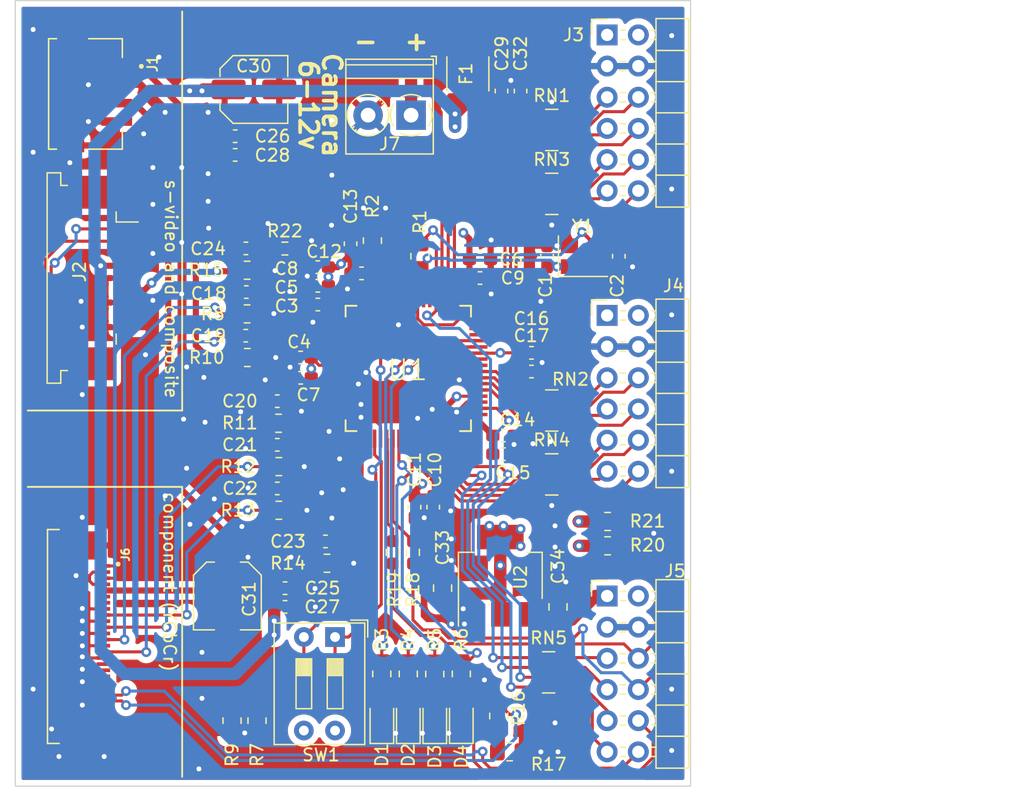
<source format=kicad_pcb>
(kicad_pcb (version 20211014) (generator pcbnew)
  (layers (0 "F.Cu" signal) (1 "In1.Cu" signal) (2 "In2.Cu" signal) (31 "B.Cu" signal) (34 "B.Paste" user) (35 "F.Paste" user) (36 "B.SilkS" user "B.Silkscreen") (37 "F.SilkS" user "F.Silkscreen") (38 "B.Mask" user) (39 "F.Mask" user) (44 "Edge.Cuts" user))
  (net 0 "")
  (net 1 "RxD")
  (net 2 "TxD")
  (net 3 "GND")
  (net 4 "+12V")
  (net 5 "ELPF")
  (net 6 "Net-(J3-Pad5)")
  (net 7 "S_Y_out")
  (net 8 "S_C_out")
  (net 11 "XTAL1")
  (net 12 "XTAL")
  (net 16 "Net-(C3-Pad1)")
  (net 17 "Net-(C3-Pad2)")
  (net 23 "SDA")
  (net 24 "SCLK")
  (net 25 "VDD")
  (net 26 "Net-(C13-Pad1)")
  (net 27 "Net-(D1-Pad2)")
  (net 28 "Net-(D2-Pad2)")
  (net 29 "Net-(D3-Pad2)")
  (net 30 "Net-(D4-Pad2)")
  (net 31 "Net-(J3-Pad7)")
  (net 32 "+3V3")
  (net 33 "Y_out")
  (net 34 "Pb_out")
  (net 35 "Pr_out")
  (net 36 "Net-(J3-Pad8)")
  (net 37 "Net-(J3-Pad10)")
  (net 38 "Net-(J3-Pad11)")
  (net 39 "Net-(J3-Pad12)")
  (net 40 "Net-(J4-Pad7)")
  (net 41 "Net-(R3-Pad1)")
  (net 42 "Net-(R4-Pad1)")
  (net 43 "Net-(R5-Pad2)")
  (net 44 "Net-(R6-Pad2)")
  (net 45 "Net-(C18-Pad2)")
  (net 46 "Net-(C19-Pad2)")
  (net 47 "Net-(C20-Pad2)")
  (net 48 "Net-(C21-Pad2)")
  (net 49 "Net-(C22-Pad2)")
  (net 50 "Net-(C23-Pad2)")
  (net 51 "Net-(J3-Pad6)")
  (net 52 "VBS_OUT2")
  (net 53 "VBS_OUT1")
  (net 54 "Net-(F1-Pad2)")
  (net 55 "Net-(R7-Pad1)")
  (net 56 "Net-(R9-Pad1)")
  (net 57 "Net-(J4-Pad6)")
  (net 58 "Net-(J4-Pad8)")
  (net 59 "Net-(J3-Pad9)")
  (net 60 "Net-(J4-Pad5)")
  (net 61 "Net-(J4-Pad9)")
  (net 62 "Net-(J4-Pad10)")
  (net 63 "Net-(J4-Pad11)")
  (net 64 "Net-(J4-Pad12)")
  (net 65 "Net-(J5-Pad5)")
  (net 66 "Net-(J5-Pad7)")
  (net 67 "Net-(J5-Pad9)")
  (net 68 "Net-(J5-Pad11)")
  (net 69 "Net-(J5-Pad10)")
  (net 70 "Net-(RN1-Pad1)")
  (net 71 "Net-(RN1-Pad2)")
  (net 72 "Net-(RN1-Pad3)")
  (net 73 "Net-(RN1-Pad4)")
  (net 74 "Net-(RN2-Pad1)")
  (net 75 "Net-(RN2-Pad2)")
  (net 76 "Net-(RN2-Pad3)")
  (net 77 "Net-(RN2-Pad4)")
  (net 78 "Net-(RN3-Pad1)")
  (net 79 "Net-(RN3-Pad2)")
  (net 80 "Net-(RN3-Pad3)")
  (net 81 "Net-(RN3-Pad4)")
  (net 82 "Net-(RN4-Pad1)")
  (net 83 "Net-(RN4-Pad2)")
  (net 84 "Net-(RN4-Pad3)")
  (net 85 "Net-(RN4-Pad4)")
  (net 86 "Net-(RN5-Pad1)")
  (net 87 "Net-(RN5-Pad2)")
  (net 88 "Net-(RN5-Pad3)")
  (net 89 "Net-(RN5-Pad4)")
  (net 94 "Net-(R18-Pad2)")
  (net 95 "Net-(R19-Pad2)")
  (footprint "Resistor_SMD:R_0805_2012Metric_Pad1.20x1.40mm_HandSolder" (layer "F.Cu") (at 153.416 115.189 -90)
    (fp_text reference "R16")
    (fp_text value "2.2k")
  )
  (footprint "Resistor_SMD:R_0805_2012Metric_Pad1.20x1.40mm_HandSolder" (layer "F.Cu") (at 162.2806 101.3206)
    (fp_text reference "R20")
    (fp_text value "10k")
  )
  (footprint "Resistor_SMD:R_0805_2012Metric_Pad1.20x1.40mm_HandSolder" (layer "F.Cu") (at 132.9425 85.979)
    (fp_text reference "R10")
    (fp_text value "75R")
  )
  (footprint "Capacitor_SMD:C_0603_1608Metric_Pad1.08x0.95mm_HandSolder" (layer "F.Cu") (at 137.287 85.979 180)
    (fp_text reference "C4")
    (fp_text value "0.1uF")
  )
  (footprint "Capacitor_SMD:C_0603_1608Metric_Pad1.08x0.95mm_HandSolder" (layer "F.Cu") (at 132.826 77.089)
    (fp_text reference "C24")
    (fp_text value "0.1uF")
  )
  (footprint "Resistor_SMD:R_0805_2012Metric_Pad1.20x1.40mm_HandSolder" (layer "F.Cu") (at 150.368 111.76 90)
    (fp_text reference "R6")
    (fp_text value "330R")
  )
  (footprint "Capacitor_SMD:C_0603_1608Metric_Pad1.08x0.95mm_HandSolder" (layer "F.Cu") (at 156.083 87.122)
    (fp_text reference "C17")
    (fp_text value "10nF")
  )
  (footprint "Connector_PinHeader_2.54mm:PinHeader_2x06_P2.54mm_Horizontal" (layer "F.Cu") (at 162.244 59.69)
    (fp_text reference "J3")
    (fp_text value "Conn_02x06_Odd_Even")
  )
  (footprint "Capacitor_SMD:C_0603_1608Metric_Pad1.08x0.95mm_HandSolder" (layer "F.Cu") (at 141.351 76.708 -90)
    (fp_text reference "C13")
    (fp_text value "82nF")
  )
  (footprint "Button_Switch_THT:SW_DIP_SPSTx02_Slide_9.78x7.26mm_W7.62mm_P2.54mm" (layer "F.Cu") (at 140.086 108.7545 -90)
    (fp_text reference "SW1")
    (fp_text value "SW_DIP_x02")
  )
  (footprint "Resistor_SMD:R_Array_Convex_4x0603" (layer "F.Cu") (at 157.734 72.644)
    (fp_text reference "RN3")
    (fp_text value "R_Pack04")
  )
  (footprint "LED_SMD:LED_0805_2012Metric_Pad1.15x1.40mm_HandSolder" (layer "F.Cu") (at 150.368 115.561 90)
    (fp_text reference "D4")
    (fp_text value "LED")
  )
  (footprint "Capacitor_SMD:C_0603_1608Metric_Pad1.08x0.95mm_HandSolder" (layer "F.Cu") (at 131.953 69.469)
    (fp_text reference "C28")
    (fp_text value "0.1uF")
  )
  (footprint "Capacitor_SMD:C_0603_1608Metric_Pad1.08x0.95mm_HandSolder" (layer "F.Cu") (at 139.303 100.965)
    (fp_text reference "C23")
    (fp_text value "0.1uF")
  )
  (footprint "Capacitor_SMD:C_0603_1608Metric_Pad1.08x0.95mm_HandSolder" (layer "F.Cu") (at 151.892 77.978)
    (fp_text reference "C6")
    (fp_text value "0.1uF")
  )
  (footprint "Capacitor_SMD:C_0603_1608Metric_Pad1.08x0.95mm_HandSolder" (layer "F.Cu") (at 148.082 98.171 -90)
    (fp_text reference "C10")
    (fp_text value "0.1uF")
  )
  (footprint "LED_SMD:LED_0805_2012Metric_Pad1.15x1.40mm_HandSolder" (layer "F.Cu") (at 146.05 115.57 90)
    (fp_text reference "D2")
    (fp_text value "LED")
  )
  (footprint "Capacitor_SMD:C_0603_1608Metric_Pad1.08x0.95mm_HandSolder" (layer "F.Cu") (at 132.8155 84.201)
    (fp_text reference "C19")
    (fp_text value "0.1uF")
  )
  (footprint "Resistor_SMD:R_Array_Convex_4x0603" (layer "F.Cu") (at 157.48 111.633)
    (fp_text reference "RN5")
    (fp_text value "R_Pack04")
  )
  (footprint "Crystal:Crystal_SMD_Abracon_ABM8G-4Pin_3.2x2.5mm" (layer "F.Cu") (at 160.274 77.724)
    (fp_text reference "Y1")
    (fp_text value "Crystal_GND24")
  )
  (footprint "Capacitor_SMD:C_0603_1608Metric_Pad1.08x0.95mm_HandSolder" (layer "F.Cu") (at 157.353 77.724 90)
    (fp_text reference "C1")
    (fp_text value "47pf")
  )
  (footprint "Resistor_SMD:R_0603_1608Metric_Pad0.98x0.95mm_HandSolder" (layer "F.Cu") (at 144.78 101.854 90)
    (fp_text reference "R19")
    (fp_text value "33R")
  )
  (footprint "LED_SMD:LED_0805_2012Metric_Pad1.15x1.40mm_HandSolder" (layer "F.Cu") (at 143.899 115.57 90)
    (fp_text reference "D1")
    (fp_text value "330R")
  )
  (footprint "Capacitor_SMD:C_0603_1608Metric_Pad1.08x0.95mm_HandSolder" (layer "F.Cu") (at 138.684 78.613 180)
    (fp_text reference "C8")
    (fp_text value "10nF")
  )
  (footprint "Connector_PinHeader_2.54mm:PinHeader_2x06_P2.54mm_Horizontal" (layer "F.Cu") (at 162.244 82.55)
    (fp_text reference "J4")
    (fp_text value "Conn_02x06_Odd_Even")
  )
  (footprint "LED_SMD:LED_0805_2012Metric_Pad1.15x1.40mm_HandSolder" (layer "F.Cu") (at 148.209 115.57 90)
    (fp_text reference "D3")
    (fp_text value "LED")
  )
  (footprint "Capacitor_SMD:C_0603_1608Metric_Pad1.08x0.95mm_HandSolder" (layer "F.Cu") (at 151.892 79.502)
    (fp_text reference "C9")
    (fp_text value "10nF")
  )
  (footprint "Resistor_SMD:R_0805_2012Metric_Pad1.20x1.40mm_HandSolder" (layer "F.Cu") (at 154.305 118.11 180)
    (fp_text reference "R17")
    (fp_text value "3.3k")
  )
  (footprint "Capacitor_SMD:C_Elec_5x5.4" (layer "F.Cu") (at 133.477 64.135)
    (fp_text reference "C30")
    (fp_text value "47uF")
  )
  (footprint "Resistor_SMD:R_0805_2012Metric_Pad1.20x1.40mm_HandSolder" (layer "F.Cu") (at 143.891 111.76 -90)
    (fp_text reference "R3")
    (fp_text value "330R")
  )
  (footprint "Capacitor_SMD:C_0805_2012Metric_Pad1.18x1.45mm_HandSolder" (layer "F.Cu") (at 158.242 106.299 90)
    (fp_text reference "C34")
    (fp_text value "1uF")
  )
  (footprint "Capacitor_SMD:C_0603_1608Metric_Pad1.08x0.95mm_HandSolder" (layer "F.Cu") (at 155.194 64.262 90)
    (fp_text reference "C32")
    (fp_text value "0.1uF")
  )
  (footprint "Resistor_SMD:R_0805_2012Metric_Pad1.20x1.40mm_HandSolder" (layer "F.Cu") (at 143.129 76.454 90)
    (fp_text reference "R2")
    (fp_text value "1.69K")
  )
  (footprint "Resistor_SMD:R_0805_2012Metric_Pad1.20x1.40mm_HandSolder" (layer "F.Cu") (at 132.925 78.867)
    (fp_text reference "R15")
    (fp_text value "75R")
  )
  (footprint "Resistor_SMD:R_0805_2012Metric_Pad1.20x1.40mm_HandSolder" (layer "F.Cu") (at 146.05 111.76 -90)
    (fp_text reference "R4")
    (fp_text value "330R")
  )
  (footprint "Capacitor_SMD:C_0603_1608Metric_Pad1.08x0.95mm_HandSolder" (layer "F.Cu") (at 142.24 79.121 180)
    (fp_text reference "C12")
    (fp_text value "10nF")
  )
  (footprint "Capacitor_SMD:C_0603_1608Metric_Pad1.08x0.95mm_HandSolder" (layer "F.Cu") (at 135.382 96.647)
    (fp_text reference "C22")
    (fp_text value "0.1uF")
  )
  (footprint "Resistor_SMD:R_Array_Convex_4x0603" (layer "F.Cu") (at 157.734 95.504)
    (fp_text reference "RN4")
    (fp_text value "R_Pack04")
  )
  (footprint "Resistor_SMD:R_0805_2012Metric_Pad1.20x1.40mm_HandSolder" (layer "F.Cu") (at 135.4872 91.3352)
    (fp_text reference "R11")
    (fp_text value "75R")
  )
  (footprint "Resistor_SMD:R_0805_2012Metric_Pad1.20x1.40mm_HandSolder" (layer "F.Cu") (at 147 77.724 90)
    (fp_text reference "R1")
    (fp_text value "1M")
  )
  (footprint "Capacitor_SMD:C_0603_1608Metric_Pad1.08x0.95mm_HandSolder" (layer "F.Cu") (at 153.64 64.262 90)
    (fp_text reference "C29")
    (fp_text value "0.1uF")
  )
  (footprint "Capacitor_SMD:C_0603_1608Metric_Pad1.08x0.95mm_HandSolder" (layer "F.Cu") (at 137.287 87.63 180)
    (fp_text reference "C7")
    (fp_text value "10nF")
  )
  (footprint "Resistor_SMD:R_0805_2012Metric_Pad1.20x1.40mm_HandSolder" (layer "F.Cu") (at 139.43 102.743)
    (fp_text reference "R14")
    (fp_text value "75R")
  )
  (footprint "ADV7180BSTZ:QFP50P1200X1200X160-64N" (layer "F.Cu") (at 146.05 86.868 180)
    (fp_text reference "U1")
    (fp_text value "ADV7180BSTZ")
  )
  (footprint "Capacitor_SMD:C_0603_1608Metric_Pad1.08x0.95mm_HandSolder" (layer "F.Cu") (at 153.797 93.853)
    (fp_text reference "C15")
    (fp_text value "10nF")
  )
  (footprint "Capacitor_SMD:C_0603_1608Metric_Pad1.08x0.95mm_HandSolder" (layer "F.Cu") (at 153.797 92.329)
    (fp_text reference "C14")
    (fp_text value "0.1uF")
  )
  (footprint "Resistor_SMD:R_0805_2012Metric_Pad1.20x1.40mm_HandSolder" (layer "F.Cu") (at 135.509 98.425)
    (fp_text reference "R13")
    (fp_text value "75R")
  )
  (footprint "Capacitor_SMD:C_0603_1608Metric_Pad1.08x0.95mm_HandSolder" (layer "F.Cu") (at 138.684 80.137 180)
    (fp_text reference "C5")
    (fp_text value "0.1uF")
  )
  (footprint "Resistor_SMD:R_0805_2012Metric_Pad1.20x1.40mm_HandSolder" (layer "F.Cu") (at 133.731 115.57 -90)
    (fp_text reference "R7")
    (fp_text value "10k")
  )
  (footprint "Resistor_SMD:R_0805_2012Metric_Pad1.20x1.40mm_HandSolder" (layer "F.Cu") (at 132.925 82.423)
    (fp_text reference "R8")
    (fp_text value "75R")
  )
  (footprint "S4B-ZR-SM4A-TF_LF__SN_:JST_S4B-ZR-SM4A-TF(LF)(SN)" (layer "F.Cu") (at 122.3125 64.5 -90)
    (fp_text reference "J1")
    (fp_text value "S4B-ZR-SM4A-TF(LF)(SN)")
  )
  (footprint "TerminalBlock_Phoenix:TerminalBlock_Phoenix_PT-1,5-2-3.5-H_1x02_P3.50mm_Horizontal" (layer "F.Cu") (at 146.276 66.232 180)
    (fp_text reference "J7")
    (fp_text value "Screw_Terminal_01x02")
  )
  (footprint "Resistor_SMD:R_0805_2012Metric_Pad1.20x1.40mm_HandSolder" (layer "F.Cu") (at 131.699 115.57 -90)
    (fp_text reference "R9")
    (fp_text value "10k")
  )
  (footprint "Connector_PinHeader_2.54mm:PinHeader_2x06_P2.54mm_Horizontal" (layer "F.Cu") (at 162.244 105.41)
    (fp_text reference "J5")
    (fp_text value "Conn_02x06_Odd_Even")
  )
  (footprint "Connector_FFC-FPC:TE_84952-9_1x09-1MP_P1.0mm_Horizontal" (layer "F.Cu") (at 121.35 79.5 -90)
    (fp_text reference "J2")
    (fp_text value "Conn_01x09_Male")
  )
  (footprint "Capacitor_SMD:C_0805_2012Metric_Pad1.18x1.45mm_HandSolder" (layer "F.Cu") (at 148.844 104.775 90)
    (fp_text reference "C33")
    (fp_text value "1uF")
  )
  (footprint "Resistor_SMD:R_Array_Convex_4x0603" (layer "F.Cu") (at 157.734 90.297)
    (fp_text reference "RN2")
    (fp_text value "R_Pack04")
  )
  (footprint "Resistor_SMD:R_0805_2012Metric_Pad1.20x1.40mm_HandSolder" (layer "F.Cu") (at 162.2806 99.3394)
    (fp_text reference "R21")
    (fp_text value "10k")
  )
  (footprint "Resistor_SMD:R_0805_2012Metric_Pad1.20x1.40mm_HandSolder" (layer "F.Cu") (at 135.509 94.869)
    (fp_text reference "R12")
    (fp_text value "75R")
  )
  (footprint "Resistor_SMD:R_0805_2012Metric_Pad1.20x1.40mm_HandSolder" (layer "F.Cu") (at 148.209 111.776 90)
    (fp_text reference "R5")
    (fp_text value "330R")
  )
  (footprint "2-1734592-4:TE_2-1734592-4" (layer "F.Cu") (at 121.2195 108.712 -90)
    (fp_text reference "J6")
    (fp_text value "2-1734592-4")
  )
  (footprint "Package_TO_SOT_SMD:SOT-223-3_TabPin2" (layer "F.Cu") (at 153.543 103.759 90)
    (fp_text reference "U2")
    (fp_text value "AMS1117")
  )
  (footprint "Capacitor_SMD:C_0603_1608Metric_Pad1.08x0.95mm_HandSolder" (layer "F.Cu") (at 131.953 67.945)
    (fp_text reference "C26")
    (fp_text value "0.1uF")
  )
  (footprint "Resistor_SMD:R_Array_Convex_4x0603" (layer "F.Cu") (at 157.734 67.437)
    (fp_text reference "RN1")
    (fp_text value "R_Pack04")
  )
  (footprint "Capacitor_SMD:C_0603_1608Metric_Pad1.08x0.95mm_HandSolder" (layer "F.Cu") (at 135.382 93.091)
    (fp_text reference "C21")
    (fp_text value "0.1uF")
  )
  (footprint "Fuse:Fuse_1812_4532Metric_Pad1.30x3.40mm_HandSolder" (layer "F.Cu") (at 150.904 62.865 90)
    (fp_text reference "F1")
    (fp_text value "Polyfuse")
  )
  (footprint "Capacitor_SMD:C_0603_1608Metric_Pad1.08x0.95mm_HandSolder" (layer "F.Cu") (at 135.382 89.535)
    (fp_text reference "C20")
    (fp_text value "0.1uF")
  )
  (footprint "Capacitor_SMD:C_0603_1608Metric_Pad1.08x0.95mm_HandSolder" (layer "F.Cu") (at 132.858 80.645)
    (fp_text reference "C18")
    (fp_text value "0.1uF")
  )
  (footprint "Resistor_SMD:R_0603_1608Metric_Pad0.98x0.95mm_HandSolder" (layer "F.Cu") (at 146.431 101.854 90)
    (fp_text reference "R18")
    (fp_text value "33R")
  )
  (footprint "Resistor_SMD:R_0603_1608Metric" (layer "F.Cu") (at 136 77.1)
    (fp_text reference "R22")
    (fp_text value "0R")
  )
  (footprint "Capacitor_SMD:C_Elec_5x5.4" (layer "F.Cu") (at 131.318 105.41 -90)
    (fp_text reference "C31")
    (fp_text value "47uF")
  )
  (footprint "Capacitor_SMD:C_0603_1608Metric_Pad1.08x0.95mm_HandSolder" (layer "F.Cu") (at 156.083 85.598)
    (fp_text reference "C16")
    (fp_text value "0.1uF")
  )
  (footprint "Capacitor_SMD:C_0603_1608Metric_Pad1.08x0.95mm_HandSolder" (layer "F.Cu") (at 163.195 77.724 -90)
    (fp_text reference "C2")
    (fp_text value "47pf")
  )
  (footprint "Capacitor_SMD:C_0603_1608Metric_Pad1.08x0.95mm_HandSolder" (layer "F.Cu") (at 136.017 106.299)
    (fp_text reference "C27")
    (fp_text value "0.1uF")
  )
  (footprint "Capacitor_SMD:C_0603_1608Metric_Pad1.08x0.95mm_HandSolder" (layer "F.Cu") (at 146.558 98.171 -90)
    (fp_text reference "C11")
    (fp_text value "10nF")
  )
  (footprint "Capacitor_SMD:C_0603_1608Metric_Pad1.08x0.95mm_HandSolder" (layer "F.Cu") (at 136.017 104.775)
    (fp_text reference "C25")
    (fp_text value "0.1uF")
  )
  (footprint "Capacitor_SMD:C_0603_1608Metric_Pad1.08x0.95mm_HandSolder" (layer "F.Cu") (at 138.684 81.661)
    (fp_text reference "C3")
    (fp_text value "0.1uF")
  )
  (gr_line (start 127.635 90.297) (end 115.062 90.297) (layer "F.SilkS") (width 0.15))
  (gr_line (start 127.635 69.977) (end 127.635 90.297) (layer "F.SilkS") (width 0.15))
  (gr_line (start 127.635 96.52) (end 127.635 120.142) (layer "F.SilkS") (width 0.15))
  (gr_line (start 127.635 96.52) (end 115.062 96.52) (layer "F.SilkS") (width 0.15))
  (gr_line (start 127.635 57.785) (end 127.635 69.977) (layer "F.SilkS") (width 0.15))
  (gr_rect (start 114.046 56.896) (end 169.037 120.904) (layer "Edge.Cuts") (width 0.1) (fill none))
  (gr_text "Camera" (at 139.827 65.405 270) (layer "F.SilkS") (effects (font (size 1.5 1.5) (thickness 0.3))))
  (gr_text "6-12v" (at 137.922 65.405 270) (layer "F.SilkS") (effects (font (size 1.5 1.5) (thickness 0.3))))
  (gr_text "-  +" (at 144.653 60.198) (layer "F.SilkS") (effects (font (size 1.5 1.5) (thickness 0.3))))
  (gr_text "component (YCbCr)" (at 126.619 104.267 270) (layer "F.SilkS") (effects (font (size 1 1))))
  (gr_text "s-video and composite" (at 126.746 80.391 270) (layer "F.SilkS") (effects (font (size 1 1))))
  (segment (start 120.104511 113.119511) (end 119.206897 113.119511) (width 0.25) (layer "F.Cu") (net 1))
  (segment (start 119.206897 113.119511) (end 116.967 110.879614) (width 0.25) (layer "F.Cu") (net 1))
  (segment (start 120.447 113.462) (end 120.104511 113.119511) (width 0.25) (layer "F.Cu") (net 1))
  (segment (start 152.71248 119.43848) (end 163.45552 119.43848) (width 0.25) (layer "F.Cu") (net 1))
  (segment (start 116.967 85.533) (end 116.967 78.557598) (width 0.25) (layer "F.Cu") (net 1))
  (segment (start 121.244989 113.487489) (end 121.2195 113.462) (width 0.25) (layer "F.Cu") (net 1))
  (segment (start 152.1055 118.08902) (end 152.1055 118.8315) (width 0.25) (layer "F.Cu") (net 1))
  (segment (start 116.967 110.879614) (end 116.967 85.533) (width 0.25) (layer "F.Cu") (net 1))
  (segment (start 116.967 78.557598) (end 117.262299 78.262299) (width 0.25) (layer "F.Cu") (net 1))
  (segment (start 119 75.5) (end 123.15 75.5) (width 0.25) (layer "F.Cu") (net 1))
  (segment (start 122.732511 113.487489) (end 121.244989 113.487489) (width 0.25) (layer "F.Cu") (net 1))
  (segment (start 163.45552 119.43848) (end 164.784 118.11) (width 0.25) (layer "F.Cu") (net 1))
  (segment (start 152.1055 118.8315) (end 152.71248 119.43848) (width 0.25) (layer "F.Cu") (net 1))
  (segment (start 121.2195 113.462) (end 120.447 113.462) (width 0.25) (layer "F.Cu") (net 1))
  (segment (start 123.063 113.157) (end 122.732511 113.487489) (width 0.25) (layer "F.Cu") (net 1))
  (via (at 119 75.5) (size 0.8) (drill 0.4) (layers "F.Cu" "B.Cu") (net 1))
  (via (at 123.063 113.157) (size 0.8) (drill 0.4) (layers "F.Cu" "B.Cu") (net 1))
  (via (at 117.262299 78.262299) (size 0.8) (drill 0.4) (layers "F.Cu" "B.Cu") (net 1))
  (via (at 152.1055 118.08902) (size 0.8) (drill 0.4) (layers "F.Cu" "B.Cu") (net 1))
  (segment (start 151.53198 118.08902) (end 152.1055 118.08902) (width 0.25) (layer "B.Cu") (net 1))
  (segment (start 119 76.524598) (end 117.262299 78.262299) (width 0.25) (layer "B.Cu") (net 1))
  (segment (start 131.38652 118.364) (end 151.257 118.364) (width 0.25) (layer "B.Cu") (net 1))
  (segment (start 151.257 118.364) (end 151.53198 118.08902) (width 0.25) (layer "B.Cu") (net 1))
  (segment (start 119 75.5) (end 119 76.524598) (width 0.25) (layer "B.Cu") (net 1))
  (segment (start 123.063 113.157) (end 126.17952 113.157) (width 0.25) (layer "B.Cu") (net 1))
  (segment (start 126.17952 113.157) (end 131.38652 118.364) (width 0.25) (layer "B.Cu") (net 1))
  (segment (start 118 76.5) (end 123.15 76.5) (width 0.25) (layer "F.Cu") (net 2))
  (segment (start 116.51748 77.98252) (end 118 76.5) (width 0.25) (layer "F.Cu") (net 2))
  (segment (start 119.0207 113.569031) (end 116.51748 111.065812) (width 0.25) (layer "F.Cu") (net 2))
  (segment (start 122.725 113.962) (end 121.2195 113.962) (width 0.25) (layer "F.Cu") (net 2))
  (segment (start 121.2195 113.962) (end 120.311282 113.962) (width 0.25) (layer "F.Cu") (net 2))
  (segment (start 116.51748 111.065812) (end 116.51748 77.98252) (width 0.25) (layer "F.Cu") (net 2))
  (segment (start 154.8384 115.062) (end 154.289 115.062) (width 0.25) (layer "F.Cu") (net 2))
  (segment (start 120.311282 113.962) (end 119.918313 113.569031) (width 0.25) (layer "F.Cu") (net 2))
  (segment (start 123.063 114.3) (end 122.725 113.962) (width 0.25) (layer "F.Cu") (net 2))
  (segment (start 119.918313 113.569031) (end 119.0207 113.569031) (width 0.25) (layer "F.Cu") (net 2))
  (segment (start 154.289 115.062) (end 153.416 114.189) (width 0.25) (layer "F.Cu") (net 2))
  (via (at 123.063 114.3) (size 0.8) (drill 0.4) (layers "F.Cu" "B.Cu") (net 2))
  (via (at 154.8384 115.062) (size 0.8) (drill 0.4) (layers "F.Cu" "B.Cu") (net 2))
  (segment (start 131.200323 118.81352) (end 152.96648 118.81352) (width 0.25) (layer "B.Cu") (net 2))
  (segment (start 126.686803 114.3) (end 131.200323 118.81352) (width 0.25) (layer "B.Cu") (net 2))
  (segment (start 154.813 115.0874) (end 154.8384 115.062) (width 0.25) (layer "B.Cu") (net 2))
  (segment (start 152.96648 118.81352) (end 154.813 116.967) (width 0.25) (layer "B.Cu") (net 2))
  (segment (start 123.063 114.3) (end 126.686803 114.3) (width 0.25) (layer "B.Cu") (net 2))
  (segment (start 154.813 116.967) (end 154.813 115.0874) (width 0.25) (layer "B.Cu") (net 2))
  (segment (start 122.068522 103.962) (end 122.301 103.729522) (width 0.25) (layer "F.Cu") (net 3))
  (segment (start 136.509 98.425) (end 137.795 98.425) (width 0.5) (layer "F.Cu") (net 3))
  (segment (start 146.05 116.595) (end 147.202 116.595) (width 0.5) (layer "F.Cu") (net 3))
  (segment (start 135.077 82.423) (end 133.985 82.423) (width 0.5) (layer "F.Cu") (net 3))
  (segment (start 145.025 116.595) (end 147.202 116.595) (width 0.5) (layer "F.Cu") (net 3))
  (segment (start 143.899 116.595) (end 145.025 116.595) (width 0.5) (layer "F.Cu") (net 3))
  (segment (start 150.2 86.653678) (end 150.747678 86.106) (width 0.25) (layer "F.Cu") (net 3))
  (segment (start 132.731 116.57) (end 131.699 116.57) (width 0.5) (layer "F.Cu") (net 3))
  (segment (start 135.1 82.4) (end 135.077 82.423) (width 0.5) (layer "F.Cu") (net 3))
  (segment (start 140.335 88.1126) (end 141.9606 88.1126) (width 0.25) (layer "F.Cu") (net 3))
  (segment (start 121.2195 114.462) (end 119.669 114.462) (width 0.25) (layer "F.Cu") (net 3))
  (segment (start 148.844 103.2256) (end 148.844 103.7375) (width 0.5) (layer "F.Cu") (net 3))
  (segment (start 154.4055 63.3995) (end 155.194 63.3995) (width 0.5) (layer "F.Cu") (net 3))
  (segment (start 136.4245 86.7675) (end 136.4245 87.63) (width 0.5) (layer "F.Cu") (net 3))
  (segment (start 119.669 114.462) (end 119.507 114.3) (width 0.25) (layer "F.Cu") (net 3))
  (segment (start 119.543 106.462) (end 119.507 106.426) (width 0.25) (layer "F.Cu") (net 3))
  (segment (start 119.527 107.462) (end 119.507 107.442) (width 0.25) (layer "F.Cu") (net 3))
  (segment (start 158.242 105.2615) (end 158.242 104.902) (width 0.5) (layer "F.Cu") (net 3))
  (segment (start 121.1895 102.962) (end 119.5195 101.292) (width 0.25) (layer "F.Cu") (net 3))
  (segment (start 142.2908 81.153) (end 142.2908 80.442518) (width 0.25) (layer "F.Cu") (net 3))
  (segment (start 147.3465 99.0335) (end 148.082 99.0335) (width 0.5) (layer "F.Cu") (net 3))
  (segment (start 147.202 116.595) (end 149.343 116.595) (width 0.5) (layer "F.Cu") (net 3))
  (segment (start 121.2195 106.462) (end 119.543 106.462) (width 0.25) (layer "F.Cu") (net 3))
  (segment (start 140.335 83.6168) (end 138.797341 83.6168) (width 0.25) (layer "F.Cu") (net 3))
  (segment (start 159.174 76.874) (end 158.154 76.874) (width 0.25) (layer "F.Cu") (net 3))
  (segment (start 153.64 63.3995) (end 154.4055 63.3995) (width 0.5) (layer "F.Cu") (net 3))
  (segment (start 121.2195 102.962) (end 121.1895 102.962) (width 0.25) (layer "F.Cu") (net 3))
  (segment (start 121.2195 109.462) (end 119.519 109.462) (width 0.25) (layer "F.Cu") (net 3))
  (segment (start 146.304 82.258) (end 146.304 81.153) (width 0.25) (layer "F.Cu") (net 3))
  (segment (start 143.099122 90.85) (end 143.7894 91.540278) (width 0.25) (layer "F.Cu") (net 3))
  (segment (start 141.9606 88.1126) (end 141.986 88.138) (width 0.25) (layer "F.Cu") (net 3))
  (segment (start 135.255 85.979) (end 136.4245 85.979) (width 0.5) (layer "F.Cu") (net 3))
  (segment (start 142.2908 80.442518) (end 141.922141 80.073859) (width 0.25) (layer "F.Cu") (net 3))
  (segment (start 135.2 78.9) (end 135.167 78.867) (width 0.5) (layer "F.Cu") (net 3))
  (segment (start 137.8215 79.3485) (end 137.8215 80.137) (width 0.5) (layer "F.Cu") (net 3))
  (segment (start 143.7894 91.540278) (end 143.7894 92.583) (width 0.25) (layer "F.Cu") (net 3))
  (segment (start 136.4872 91.3352) (end 136.4872 91.2152) (width 0.5) (layer "F.Cu") (net 3))
  (segment (start 119.519 109.462) (end 119.507 109.474) (width 0.25) (layer "F.Cu") (net 3))
  (segment (start 146.558 99.0335) (end 147.3465 99.0335) (width 0.5) (layer "F.Cu") (net 3))
  (segment (start 121.2195 112.462) (end 119.574 112.462) (width 0.25) (layer "F.Cu") (net 3))
  (segment (start 140.335 85.1154) (end 137.2881 85.1154) (width 0.25) (layer "F.Cu") (net 3))
  (segment (start 150.359 116.595) (end 150.368 116.586) (width 0.5) (layer "F.Cu") (net 3))
  (segment (start 141.922141 80.073859) (end 141.414141 80.073859) (width 0.25) (layer "F.Cu") (net 3))
  (segment (start 156.9455 85.598) (end 156.9455 86.3865) (width 0.5) (layer "F.Cu") (net 3))
  (segment (start 141.414141 80.073859) (end 141.097 80.391) (width 0.25) (layer "F.Cu") (net 3))
  (segment (start 135.167 78.867) (end 133.953 78.867) (width 0.5) (layer "F.Cu") (net 3))
  (segment (start 122.301 103.194478) (end 122.068522 102.962) (width 0.25) (layer "F.Cu") (net 3))
  (segment (start 152.7545 77.978) (end 152.7545 78.648066) (width 0.5) (layer "F.Cu") (net 3))
  (segment (start 142.2 90.85) (end 143.099122 90.85) (width 0.25) (layer "F.Cu") (net 3))
  (segment (start 119.574 112.462) (end 119.507 112.395) (width 0.25) (layer "F.Cu") (net 3))
  (segment (start 150.7998 89.6112) (end 149.987 90.424) (width 0.25) (layer "F.Cu") (net 3))
  (segment (start 133.731 116.57) (end 132.731 116.57) (width 0.5) (layer "F.Cu") (net 3))
  (segment (start 121.2195 110.462) (end 119.606 110.462) (width 0.25) (layer "F.Cu") (net 3))
  (segment (start 119.511 108.462) (end 119.507 108.458) (width 0.25) (layer "F.Cu") (net 3))
  (segment (start 158.154 76.874) (end 157.3655 76.874) (width 0.25) (layer "F.Cu") (net 3))
  (segment (start 158.242 104.902) (end 158.877 104.267) (width 0.5) (layer "F.Cu") (net 3))
  (segment (start 150.747678 86.106) (end 151.765 86.106) (width 0.25) (layer "F.Cu") (net 3))
  (segment (start 145.25 83.312) (end 146.304 82.258) (width 0.25) (layer "F.Cu") (net 3))
  (segment (start 121.2195 103.962) (end 122.068522 103.962) (width 0.25) (layer "F.Cu") (net 3))
  (segment (start 137.2881 85.1154) (end 136.4245 85.979) (width 0.25) (layer "F.Cu") (net 3))
  (segment (start 121.2195 108.462) (end 119.511 108.462) (width 0.25) (layer "F.Cu") (net 3))
  (segment (start 136.509 94.869) (end 137.5785 94.869) (width 0.5) (layer "F.Cu") (net 3))
  (segment (start 149.343 116.595) (end 150.359 116.595) (width 0.5) (layer "F.Cu") (net 3))
  (segment (start 122.068522 102.962) (end 121.2195 102.962) (width 0.25) (layer "F.Cu") (net 3))
  (segment (start 154.6595 93.0645) (end 154.6595 93.853) (width 0.5) (layer "F.Cu") (net 3))
  (segment (start 154.6595 92.329) (end 154.6595 93.0645) (width 0.5) (layer "F.Cu") (net 3))
  (segment (start 148.209 116.595) (end 149.343 116.595) (width 0.5) (layer "F.Cu") (net 3))
  (segment (start 156.9455 86.3865) (end 156.9455 87.122) (width 0.5) (layer "F.Cu") (net 3))
  (segment (start 133.9425 85.979) (end 135.255 85.979) (width 0.5) (layer "F.Cu") (net 3))
  (segment (start 150.2 87.8) (end 150.2 86.653678) (width 0.25) (layer "F.Cu") (net 3))
  (segment (start 137.8215 78.613) (end 137.8215 79.3485) (width 0.5) (layer "F.Cu") (net 3))
  (segment (start 151.765 89.6112) (end 150.7998 89.6112) (width 0.25) (layer "F.Cu") (net 3))
  (segment (start 146.304 91.44) (end 146.812 90.932) (width 0.25) (layer "F.Cu") (net 3))
  (segment (start 119.59 111.462) (end 119.507 111.379) (width 0.25) (layer "F.Cu") (net 3))
  (segment (start 152.7545 77.978) (end 152.7545 79.502) (width 0.5) (layer "F.Cu") (net 3))
  (segment (start 157.3655 76.874) (end 157.353 76.8615) (width 0.25) (layer "F.Cu") (net 3))
  (segment (start 138.797341 83.6168) (end 138.280609 83.100068) (width 0.25) (layer "F.Cu") (net 3))
  (segment (start 140.43 102.743) (end 141.605 102.743) (width 0.5) (layer "F.Cu") (net 3))
  (segment (start 146.304 92.583) (end 146.304 91.44) (width 0.25) (layer "F.Cu") (net 3))
  (segment (start 119.606 110.462) (end 119.507 110.363) (width 0.25) (layer "F.Cu") (net 3))
  (segment (start 149.5552 102.5144) (end 148.844 103.2256) (width 0.5) (layer "F.Cu") (net 3))
  (segment (start 136.4872 91.2152) (end 137.3462 90.3562) (width 0.5) (layer "F.Cu") (net 3))
  (segment (start 136.4245 85.979) (end 136.4245 86.7675) (width 0.5) (layer "F.Cu") (net 3))
  (segment (start 122.301 103.729522) (end 122.301 103.194478) (width 0.25) (layer "F.Cu") (net 3))
  (segment (start 121.2195 107.462) (end 119.527 107.462) (width 0.25) (layer "F.Cu") (net 3))
  (segment (start 121.2195 111.462) (end 119.59 111.462) (width 0.25) (layer "F.Cu") (net 3))
  (via (at 150.5204 106.4514) (size 0.8) (drill 0.4) (layers "F.Cu" "B.Cu") (net 3))
  (via (at 158.877 104.267) (size 0.8) (drill 0.4) (layers "F.Cu" "B.Cu") (net 3))
  (via (at 136.4245 86.7675) (size 0.8) (drill 0.4) (layers "F.Cu" "B.Cu") (net 3))
  (via (at 156.845 118.11) (size 0.8) (drill 0.4) (layers "F.Cu" "B.Cu") (net 3))
  (via (at 138.4554 104.8004) (size 0.8) (drill 0.4) (layers "F.Cu" "B.Cu") (net 3))
  (via (at 125.25 81.325) (size 0.8) (drill 0.4) (layers "F.Cu" "B.Cu") (net 3))
  (via (at 150.622 107.696) (size 0.8) (drill 0.4) (layers "F.Cu" "B.Cu") (net 3))
  (via (at 157.734 75.184) (size 0.8) (drill 0.4) (layers "F.Cu" "B.Cu") (net 3))
  (via (at 132.4 90.4) (size 0.8) (drill 0.4) (layers "F.Cu" "B.Cu") (net 3))
  (via (at 137.8215 79.3485) (size 0.8) (drill 0.4) (layers "F.Cu" "B.Cu") (net 3))
  (via (at 119.507 112.395) (size 0.8) (drill 0.4) (layers "F.Cu" "B.Cu") (net 3))
  (via (at 167.5 118) (size 0.8) (drill 0.4) (layers "F.Cu" "B.Cu") (net 3))
  (via (at 132.8 93.4) (size 0.8) (drill 0.4) (layers "F.Cu" "B.Cu") (net 3))
  (via (at 149.343 116.595) (size 0.8) (drill 0.4) (layers "F.Cu" "B.Cu") (net 3))
  (via (at 158.154 76.874) (size 0.8) (drill 0.4) (layers "F.Cu" "B.Cu") (net 3))
  (via (at 119.4 81.4) (size 0.8) (drill 0.4) (layers "F.Cu" "B.Cu") (net 3))
  (via (at 119.507 114.3) (size 0.8) (drill 0.4) (layers "F.Cu" "B.Cu") (net 3))
  (via (at 164.3126 78.5876) (size 0.8) (drill 0.4) (layers "F.Cu" "B.Cu") (net 3))
  (via (at 139.827 66.675) (size 0.8) (drill 0.4) (layers "F.Cu" "B.Cu") (net 3))
  (via (at 152.25 112.25) (size 0.8) (drill 0.4) (layers "F.Cu" "B.Cu") (net 3))
  (via (at 119 103.75) (size 0.8) (drill 0.4) (layers "F.Cu" "B.Cu") (net 3))
  (via (at 149.5044 98.4758) (size 0.8) (drill 0.4) (layers "F.Cu" "B.Cu") (net 3))
  (via (at 127.6 80.8) (size 0.8) (drill 0.4) (layers "F.Cu" "B.Cu") (net 3))
  (via (at 167.5 113) (size 0.8) (drill 0.4) (layers "F.Cu" "B.Cu") (net 3))
  (via (at 127.75 91) (size 0.8) (drill 0.4) (layers "F.Cu" "B.Cu") (net 3))
  (via (at 157.734 65.151) (size 0.8) (drill 0.4) (layers "F.Cu" "B.Cu") (net 3))
  (via (at 156.2 93) (size 0.8) (drill 0.4) (layers "F.Cu" "B.Cu") (net 3))
  (via (at 115.5 113) (size 0.8) (drill 0.4) (layers "F.Cu" "B.Cu") (net 3))
  (via (at 141.986 88.138) (size 0.8) (drill 0.4) (layers "F.Cu" "B.Cu") (net 3))
  (via (at 142.4 73.8) (size 0.8) (drill 0.4) (layers "F.Cu" "B.Cu") (net 3))
  (via (at 158 99.695) (size 0.8) (drill 0.4) (layers "F.Cu" "B.Cu") (net 3))
  (via (at 158.242 118.11) (size 0.8) (drill 0.4) (layers "F.Cu" "B.Cu") (net 3))
  (via (at 127.6 70.5) (size 0.8) (drill 0.4) (layers "F.Cu" "B.Cu") (net 3))
  (via (at 140.75 96.75) (size 0.8) (drill 0.4) (layers "F.Cu" "B.Cu") (net 3))
  (via (at 129.25 113.75) (size 0.8) (drill 0.4) (layers "F.Cu" "B.Cu") (net 3))
  (via (at 138.4808 106.299) (size 0.8) (drill 0.4) (layers "F.Cu" "B.Cu") (net 3))
  (via (at 149.987 90.424) (size 0.8) (drill 0.4) (layers "F.Cu" "B.Cu") (net 3))
  (via (at 133 96.6) (size 0.8) (drill 0.4) (layers "F.Cu" "B.Cu") (net 3))
  (via (at 120 63.75) (size 0.8) (drill 0.4) (layers "F.Cu" "B.Cu") (net 3))
  (via (at 147.202 116.595) (size 0.8) (drill 0.4) (layers "F.Cu" "B.Cu") (net 3))
  (via (at 119.507 109.474) (size 0.8) (drill 0.4) (layers "F.Cu" "B.Cu") (net 3))
  (via (at 117.602 118.491) (size 0.8) (drill 0.4) (layers "F.Cu" "B.Cu") (net 3))
  (via (at 139.6 92) (size 0.8) (drill 0.4) (layers "F.Cu" "B.Cu") (net 3))
  (via (at 139.827 99.06) (size 0.8) (drill 0.4) (layers "F.Cu" "B.Cu") (net 3))
  (via (at 167.5 95.25) (size 0.8) (drill 0.4) (layers "F.Cu" "B.Cu") (net 3))
  (via (at 156.9455 86.3865) (size 0.8) (drill 0.4) (layers "F.Cu" "B.Cu") (net 3))
  (via (at 132.731 116.57) (size 0.8) (drill 0.4) (layers "F.Cu" "B.Cu") (net 3))
  (via (at 158 101.4222) (size 0.8) (drill 0.4) (layers "F.Cu" "B.Cu") (net 3))
  (via (at 138.176 76.454) (size 0.8) (drill 0.4) (layers "F.Cu" "B.Cu") (net 3))
  (via (at 128 95) (size 0.8) (drill 0.4) (layers "F.Cu" "B.Cu") (net 3))
  (via (at 146.812 90.932) (size 0.8) (drill 0.4) (layers "F.Cu" "B.Cu") (net 3))
  (via (at 140.462 94.234) (size 0.8) (drill 0.4) (layers "F.Cu" "B.Cu") (net 3))
  (via (at 136.4 80.6) (size 0.8) (drill 0.4) (layers "F.Cu" "B.Cu") (net 3))
  (via (at 119.507 106.426) (size 0.8) (drill 0.4) (layers "F.Cu" "B.Cu") (net 3))
  (via (at 115.5 59.25) (size 0.8) (drill 0.4) (layers "F.Cu" "B.Cu") (net 3))
  (via (at 128 86.75) (size 0.8) (drill 0.4) (layers "F.Cu" "B.Cu") (net 3))
  (via (at 119.507 107.442) (size 0.8) (drill 0.4) (layers "F.Cu" "B.Cu") (net 3))
  (via (at 137.3462 90.3562) (size 0.8) (drill 0.4) (layers "F.Cu" "B.Cu") (net 3))
  (via (at 139.8 75.2) (size 0.8) (drill 0.4) (layers "F.Cu" "B.Cu") (net 3))
  (via (at 129.75 66) (size 0.8) (drill 0.4) (layers "F.Cu" "B.Cu") (net 3))
  (via (at 137.5785 94.869) (size 0.8) (drill 0.4) (layers "F.Cu" "B.Cu") (net 3))
  (via (at 167.5 72.25) (size 0.8) (drill 0.4) (layers "F.Cu" "B.Cu") (net 3))
  (via (at 144.2 73.8) (size 0.8) (drill 0.4) (layers "F.Cu" "B.Cu") (net 3))
  (via (at 152.8 76.4) (size 0.8) (drill 0.4) (layers "F.Cu" "B.Cu") (net 3))
  (via (at 139.827 71.12) (size 0.8) (drill 0.4) (layers "F.Cu" "B.Cu") (net 3))
  (via (at 117 116.25) (size 0.8) (drill 0.4) (layers "F.Cu" "B.Cu") (net 3))
  (via (at 138.280609 83.100068) (size 0.8) (drill 0.4) (layers "F.Cu" "B.Cu") (net 3))
  (via (at 134.4 87.8) (size 0.8) (drill 0.4) (layers "F.Cu" "B.Cu") (net 3))
  (via (at 129.75 71) (size 0.8) (drill 0.4) (layers "F.Cu" "B.Cu") (net 3))
  (via (at 124.5 67.75) (size 0.8) (drill 0.4) (layers "F.Cu" "B.Cu") (net 3))
  (via (at 142.2 90.85) (size 0.8) (drill 0.4) (layers "F.Cu" "B.Cu") (net 3))
  (via (at 149.5806 107.696) (size 0.8) (drill 0.4) (layers "F.Cu" "B.Cu") (net 3))
  (via (at 156.845 81.407) (size 0.8) (drill 0.4) (layers "F.Cu" "B.Cu") (net 3))
  (via (at 135.2 78.9) (size 0.8) (drill 0.4) (layers "F.Cu" "B.Cu") (net 3))
  (via (at 118.491 70.104) (size 0.8) (drill 0.4) (layers "F.Cu" "B.Cu") (net 3))
  (via (at 125.25 77.5) (size 0.8) (drill 0.4) (layers "F.Cu" "B.Cu") (net 3))
  (via (at 135.255 85.979) (size 0.8) (drill 0.4) (layers "F.Cu" "B.Cu") (net 3))
  (via (at 167.5 59.75) (size 0.8) (drill 0.4) (layers "F.Cu" "B.Cu") (net 3))
  (via (at 154.4055 63.3995) (size 0.8) (drill 0.4) (layers "F.Cu" "B.Cu") (net 3))
  (via (at 129.794 75.438) (size 0.8) (drill 0.4) (layers "F.Cu" "B.Cu") (net 3))
  (via (at 147.3465 99.0335) (size 0.8) (drill 0.4) (layers "F.Cu" "B.Cu") (net 3))
  (via (at 126.25 66) (size 0.8) (drill 0.4) (layers "F.Cu" "B.Cu") (net 3))
  (via (at 134.62 75.057) (size 0.8) (drill 0.4) (layers "F.Cu" "B.Cu") (net 3))
  (via (at 141.605 102.743) (size 0.8) (drill 0.4) (layers "F.Cu" "B.Cu") (net 3))
  (via (at 129.5 91.25) (size 0.8) (drill 0.4) (layers "F.Cu" "B.Cu") (net 3))
  (via (at 124.65 85.75) (size 0.8) (drill 0.4) (layers "F.Cu" "B.Cu") (net 3))
  (via (at 130.25 97.5) (size 0.8) (drill 0.4) (layers "F.Cu" "B.Cu") (net 3))
  (via (at 132.5 99.75) (size 0.8) (drill 0.4) (layers "F.Cu" "B.Cu") (net 3))
  (via (at 158 115.75) (size 0.8) (drill 0.4) (layers "F.Cu" "B.Cu") (net 3))
  (via (at 129.25 110) (size 0.8) (drill 0.4) (layers "F.Cu" "B.Cu") (net 3))
  (via (at 120 66.75) (size 0.8) (drill 0.4) (layers "F.Cu" "B.Cu") (net 3))
  (via (at 125.25 73.5) (size 0.8) (drill 0.4) (layers "F.Cu" "B.Cu") (net 3))
  (via (at 150.2 87.8) (size 0.8) (drill 0.4) (layers "F.Cu" "B.Cu") (net 3))
  (via (at 129 119.5) (size 0.8) (drill 0.4) (layers "F.Cu" "B.Cu") (net 3))
  (via (at 141.097 80.391) (size 0.8) (drill 0.4) (layers "F.Cu" "B.Cu") (net 3))
  (via (at 136.5 102.25) (size 0.8) (drill 0.4) (layers "F.Cu" "B.Cu") (net 3))
  (via (at 142.2 89.8) (size 0.8) (drill 0.4) (layers "F.Cu" "B.Cu") (net 3))
  (via (at 139 97) (size 0.8) (drill 0.4) (layers "F.Cu" "B.Cu") (net 3))
  (via (at 126.25 97.25) (size 0.8) (drill 0.4) (layers "F.Cu" "B.Cu") (net 3))
  (via (at 137.795 98.425) (size 0.8) (drill 0.4) (layers "F.Cu" "B.Cu") (net 3))
  (via (at 129.4 87.6) (size 0.8) (drill 0.4) (layers "F.Cu" "B.Cu") (net 3))
  (via (at 142.6 87.2) (size 0.8) (drill 0.4) (layers "F.Cu" "B.Cu") (net 3))
  (via (at 128.27 99.568) (size 0.8) (drill 0.4) (layers "F.Cu" "B.Cu") (net 3))
  (via (at 167.5 82.5) (size 0.8) (drill 0.4) (layers "F.Cu" "B.Cu") (net 3))
  (via (at 125.25 70.5) (size 0.8) (drill 0.4) (layers "F.Cu" "B.Cu") (net 3))
  (via (at 119.5 89) (size 0.8) (drill 0.4) (layers "F.Cu" "B.Cu") (net 3))
  (via (at 154.6595 93.0645) (size 0.8) (drill 0.4) (layers "F.Cu" "B.Cu") (net 3))
  (via (at 119.507 110.363) (size 0.8) (drill 0.4) (layers "F.Cu" "B.Cu") (net 3))
  (via (at 145.25 83.312) (size 0.8) (drill 0.4) (layers "F.Cu" "B.Cu") (net 3))
  (via (at 157.734 98.044) (size 0.8) (drill 0.4) (layers "F.Cu" "B.Cu") (net 3))
  (via (at 121.285 118.491) (size 0.8) (drill 0.4) (layers "F.Cu" "B.Cu") (net 3))
  (via (at 129.75 73.25) (size 0.8) (drill 0.4) (layers "F.Cu" "B.Cu") (net 3))
  (via (at 158 103) (size 0.8) (drill 0.4) (layers "F.Cu" "B.Cu") (net 3))
  (via (at 135.1 82.4) (size 0.8) (drill 0.4) (layers "F.Cu" "B.Cu") (net 3))
  (via (at 157.607 92.837) (size 0.8) (drill 0.4) (layers "F.Cu" "B.Cu") (net 3))
  (via (at 166.0398 100.3046) (size 0.8) (drill 0.4) (layers "F.Cu" "B.Cu") (net 3))
  (via (at 145.025 116.595) (size 0.8) (drill 0.4) (layers "F.Cu" "B.Cu") (net 3))
  (via (at 125.75 61.5) (size 0.8) (drill 0.4) (layers "F.Cu" "B.Cu") (net 3))
  (via (at 152.8 80.8) (size 0.8) (drill 0.4) (layers "F.Cu" "B.Cu") (net 3))
  (via (at 119.507 108.458) (size 0.8) (drill 0.4) (layers "F.Cu" "B.Cu") (net 3))
  (via (at 119.507 111.379) (size 0.8) (drill 0.4) (layers "F.Cu" "B.Cu") (net 3))
  (via (at 115.5 69.25) (size 0.8) (drill 0.4) (layers "F.Cu" "B.Cu") (net 3))
  (via (at 133 102.25) (size 0.8) (drill 0.4) (layers "F.Cu" "B.Cu") (net 3))
  (via (at 149.5552 102.5144) (size 0.8) (drill 0.4) (layers "F.Cu" "B.Cu") (net 3))
  (via (at 119.5 99) (size 0.8) (drill 0.4) (layers "F.Cu" "B.Cu") (net 3))
  (via (at 119.5 83.5) (size 0.8) (drill 0.4) (layers "F.Cu" "B.Cu") (net 3))
  (via (at 148 90.2) (size 0.8) (drill 0.4) (layers "F.Cu" "B.Cu") (net 3))
  (via (at 149.5552 100.7618) (size 0.8) (drill 0.4) (layers "F.Cu" "B.Cu") (net 3))
  (via (at 127.6 76.6) (size 0.8) (drill 0.4) (layers "F.Cu" "B.Cu") (net 3))
  (segment (start 135.128 107.442) (end 135.128 104.8015) (width 1) (layer "F.Cu") (net 4))
  (segment (start 135.128 107.442) (end 135.128 108.585) (width 1) (layer "F.Cu") (net 4))
  (segment (start 120.370478 103.462) (end 120.095239 103.737239) (width 0.25) (layer "F.Cu") (net 4))
  (segment (start 129.365 64.135) (end 131.4145 64.135) (width 1) (layer "F.Cu") (net 4))
  (segment (start 149.86 66.134) (end 150.904 65.09) (width 1) (layer "F.Cu") (net 4))
  (segment (start 129.25 64.25) (end 129.365 64.135) (width 1) (layer "F.Cu") (net 4))
  (segment (start 131.0905 64.459) (end 131.4145 64.135) (width 0.5) (layer "F.Cu") (net 4))
  (segment (start 123.15 78.5) (end 121 78.5) (width 0.5) (layer "F.Cu") (net 4))
  (segment (start 131.0905 69.469) (end 131.0905 64.459) (width 0.5) (layer "F.Cu") (net 4))
  (segment (start 120.095239 104.186761) (end 120.370478 104.462) (width 0.25) (layer "F.Cu") (net 4))
  (segment (start 129.25 64.25) (end 128.25 64.25) (width 1) (layer "F.Cu") (net 4))
  (segment (start 135.128 104.8015) (end 135.1545 104.775) (width 1) (layer "F.Cu") (net 4))
  (segment (start 129.7035 104.962) (end 131.318 103.3475) (width 0.5) (layer "F.Cu") (net 4))
  (segment (start 155.194 65.1245) (end 150.9385 65.1245) (width 0.5) (layer "F.Cu") (net 4))
  (segment (start 120.095239 103.737239) (end 120.095239 104.186761) (width 0.25) (layer "F.Cu") (net 4))
  (segment (start 149.86 67.183) (end 149.86 66.134) (width 1) (layer "F.Cu") (net 4))
  (segment (start 121.2195 103.462) (end 120.370478 103.462) (width 0.25) (layer "F.Cu") (net 4))
  (segment (start 121.2195 104.962) (end 129.7035 104.962) (width 0.5) (layer "F.Cu") (net 4))
  (segment (start 135.054 104.8015) (end 132.772 104.8015) (width 1) (layer "F.Cu") (net 4))
  (segment (start 120.370478 104.462) (end 121.2195 104.462) (width 0.25) (layer "F.Cu") (net 4))
  (segment (start 132.772 104.8015) (end 131.318 103.3475) (width 1) (layer "F.Cu") (net 4))
  (segment (start 121.2195 104.462) (end 121.2195 105.962) (width 0.25) (layer "F.Cu") (net 4))
  (segment (start 150.9385 65.1245) (end 150.904 65.09) (width 0.5) (layer "F.Cu") (net 4))
  (via (at 149.86 67.183) (size 0.8) (drill 0.4) (layers "F.Cu" "B.Cu") (net 4))
  (via (at 128.25 64.25) (size 0.8) (drill 0.4) (layers "F.Cu" "B.Cu") (net 4))
  (via (at 149.86 66.134) (size 0.8) (drill 0.4) (layers "F.Cu" "B.Cu") (net 4))
  (via (at 135.128 107.442) (size 0.8) (drill 0.4) (layers "F.Cu" "B.Cu") (net 4))
  (via (at 135.128 108.585) (size 0.8) (drill 0.4) (layers "F.Cu" "B.Cu") (net 4))
  (via (at 121 78.5) (size 0.8) (drill 0.4) (layers "F.Cu" "B.Cu") (net 4))
  (via (at 129.25 64.25) (size 0.8) (drill 0.4) (layers "F.Cu" "B.Cu") (net 4))
  (segment (start 131.953 111.76) (end 135.128 108.585) (width 1) (layer "B.Cu") (net 4))
  (segment (start 129.25 64.25) (end 129.262 64.262) (width 1) (layer "B.Cu") (net 4))
  (segment (start 149.86 66.016978) (end 149.86 67.183) (width 1) (layer "B.Cu") (net 4))
  (segment (start 121 109.824) (end 122.936 111.76) (width 1) (layer "B.Cu") (net 4))
  (segment (start 122.936 111.76) (end 131.953 111.76) (width 1) (layer "B.Cu") (net 4))
  (segment (start 121 78.5) (end 121 109.824) (width 1) (layer "B.Cu") (net 4))
  (segment (start 120.5 68.75) (end 120.5 78) (width 1) (layer "B.Cu") (net 4))
  (segment (start 149.86 66.134) (end 149.86 67.183) (width 1) (layer "B.Cu") (net 4))
  (segment (start 129.262 64.262) (end 148.105022 64.262) (width 1) (layer "B.Cu") (net 4))
  (segment (start 128.25 64.25) (end 125 64.25) (width 1) (layer "B.Cu") (net 4))
  (segment (start 120.5 78) (end 121 78.5) (width 1) (layer "B.Cu") (net 4))
  (segment (start 148.105022 64.262) (end 149.86 66.016978) (width 1) (layer "B.Cu") (net 4))
  (segment (start 135.128 108.585) (end 135.128 107.442) (width 1) (layer "B.Cu") (net 4))
  (segment (start 125 64.25) (end 120.5 68.75) (width 1) (layer "B.Cu") (net 4))
  (segment (start 129.25 64.25) (end 128.25 64.25) (width 1) (layer "B.Cu") (net 4))
  (segment (start 143.129 77.454) (end 143.129 79.0945) (width 0.5) (layer "F.Cu") (net 5))
  (segment (start 143.3068 79.3253) (end 143.1025 79.121) (width 0.25) (layer "F.Cu") (net 5))
  (segment (start 143.3068 81.153) (end 143.3068 79.3253) (width 0.25) (layer "F.Cu") (net 5))
  (segment (start 143.129 79.0945) (end 143.1025 79.121) (width 0.5) (layer "F.Cu") (net 5))
  (segment (start 160.777 66.237) (end 162.244 64.77) (width 0.25) (layer "F.Cu") (net 6))
  (segment (start 158.634 66.237) (end 160.777 66.237) (width 0.25) (layer "F.Cu") (net 6))
  (segment (start 124.25 62.25) (end 122.3125 62.25) (width 0.5) (layer "F.Cu") (net 7))
  (segment (start 134.5195 89.535) (end 133.285 89.535) (width 0.5) (layer "F.Cu") (net 7))
  (segment (start 128.75 85) (end 128.75 66.75) (width 0.5) (layer "F.Cu") (net 7))
  (segment (start 128.75 66.75) (end 124.25 62.25) (width 0.5) (layer "F.Cu") (net 7))
  (segment (start 133.285 89.535) (end 128.75 85) (width 0.5) (layer "F.Cu") (net 7))
  (segment (start 134.5195 91.3029) (end 134.4872 91.3352) (width 0.5) (layer "F.Cu") (net 7))
  (segment (start 134.5195 89.535) (end 134.5195 91.3029) (width 0.5) (layer "F.Cu") (net 7))
  (segment (start 138.4405 100.965) (end 131.815631 100.965) (width 0.5) (layer "F.Cu") (net 8))
  (segment (start 126.5 95.649369) (end 126.5 67.98927) (width 0.5) (layer "F.Cu") (net 8))
  (segment (start 126.5 67.98927) (end 123.76073 65.25) (width 0.5) (layer "F.Cu") (net 8))
  (segment (start 131.815631 100.965) (end 126.5 95.649369) (width 0.5) (layer "F.Cu") (net 8))
  (segment (start 123.76073 65.25) (end 122.3125 65.25) (width 0.5) (layer "F.Cu") (net 8))
  (segment (start 138.43 102.743) (end 138.43 100.9755) (width 0.5) (layer "F.Cu") (net 8))
  (segment (start 138.43 100.9755) (end 138.4405 100.965) (width 0.5) (layer "F.Cu") (net 8))
  (segment (start 147.8026 81.153) (end 147.8026 80.1974) (width 0.25) (layer "F.Cu") (net 11))
  (segment (start 147 76.6687) (end 148.0687 75.6) (width 0.25) (layer "F.Cu") (net 11))
  (segment (start 147.8026 80.1974) (end 148.336 79.664) (width 0.25) (layer "F.Cu") (net 11))
  (segment (start 147 76.724) (end 147 76.6687) (width 0.25) (layer "F.Cu") (net 11))
  (segment (start 160.182441 75.759932) (end 161.284009 76.8615) (width 0.25) (layer "F.Cu") (net 11))
  (segment (start 147.924 76.724) (end 147 76.724) (width 0.25) (layer "F.Cu") (net 11))
  (segment (start 160.182441 75.759932) (end 160.259932 75.759932) (width 0.25) (layer "F.Cu") (net 11))
  (segment (start 161.284009 76.8615) (end 163.195 76.8615) (width 0.25) (layer "F.Cu") (net 11))
  (segment (start 148.336 77.136) (end 147.924 76.724) (width 0.25) (layer "F.Cu") (net 11))
  (segment (start 160.259932 75.759932) (end 161.374 76.874) (width 0.25) (layer "F.Cu") (net 11))
  (segment (start 148.336 79.664) (end 148.336 77.136) (width 0.25) (layer "F.Cu") (net 11))
  (via (at 148.0687 75.6) (size 0.8) (drill 0.4) (layers "F.Cu" "B.Cu") (net 11))
  (via (at 160.182441 75.759932) (size 0.8) (drill 0.4) (layers "F.Cu" "B.Cu") (net 11))
  (segment (start 160.182441 75.870173) (end 160.182441 75.759932) (width 0.25) (layer "B.Cu") (net 11))
  (segment (start 150.067211 77.598511) (end 158.454103 77.598511) (width 0.25) (layer "B.Cu") (net 11))
  (segment (start 148.0687 75.6) (end 150.067211 77.598511) (width 0.25) (layer "B.Cu") (net 11))
  (segment (start 158.454103 77.598511) (end 160.182441 75.870173) (width 0.25) (layer "B.Cu") (net 11))
  (segment (start 147.6115 77.908008) (end 147 78.519508) (width 0.25) (layer "F.Cu") (net 12))
  (segment (start 158.154 78.574) (end 157.3655 78.574) (width 0.25) (layer "F.Cu") (net 12))
  (segment (start 159.174 78.574) (end 158.154 78.574) (width 0.25) (layer "F.Cu") (net 12))
  (segment (start 157.3655 78.574) (end 157.353 78.5865) (width 0.25) (layer "F.Cu") (net 12))
  (segment (start 147 78.519508) (end 147 78.724) (width 0.25) (layer "F.Cu") (net 12))
  (segment (start 147.2946 79.0186) (end 147.2946 81.153) (width 0.25) (layer "F.Cu") (net 12))
  (segment (start 147 78.724) (end 147.2946 79.0186) (width 0.25) (layer "F.Cu") (net 12))
  (via (at 158.154 78.574) (size 0.8) (drill 0.4) (layers "F.Cu" "B.Cu") (net 12))
  (via (at 147.6115 77.908008) (size 0.8) (drill 0.4) (layers "F.Cu" "B.Cu") (net 12))
  (segment (start 147.6115 77.908008) (end 149.308008 77.908008) (width 0.25) (layer "B.Cu") (net 12))
  (segment (start 157.628031 78.048031) (end 158.154 78.574) (width 0.25) (layer "B.Cu") (net 12))
  (segment (start 149.308008 77.908008) (end 149.448031 78.048031) (width 0.25) (layer "B.Cu") (net 12))
  (segment (start 149.448031 78.048031) (end 157.628031 78.048031) (width 0.25) (layer "B.Cu") (net 12))
  (segment (start 141.1986 85.6234) (end 140.335 85.6234) (width 0.25) (layer "F.Cu") (net 16))
  (segment (start 138.62102 82.46052) (end 141.260802 82.46052) (width 0.25) (layer "F.Cu") (net 16))
  (segment (start 137.8215 81.661) (end 138.62102 82.46052) (width 0.25) (layer "F.Cu") (net 16))
  (segment (start 141.79048 85.03152) (end 141.1986 85.6234) (width 0.25) (layer "F.Cu") (net 16))
  (segment (start 141.79048 82.990198) (end 141.79048 85.03152) (width 0.25) (layer "F.Cu") (net 16))
  (segment (start 141.260802 82.46052) (end 141.79048 82.990198) (width 0.25) (layer "F.Cu") (net 16))
  (segment (start 141.377722 86.106) (end 140.335 86.106) (width 0.25) (layer "F.Cu") (net 17))
  (segment (start 139.5465 81.661) (end 141.097 81.661) (width 0.25) (layer "F.Cu") (net 17))
  (segment (start 142.24 82.804) (end 142.24 85.243722) (width 0.25) (layer "F.Cu") (net 17))
  (segment (start 142.24 85.243722) (end 141.377722 86.106) (width 0.25) (layer "F.Cu") (net 17))
  (segment (start 141.097 81.661) (end 142.24 82.804) (width 0.25) (layer "F.Cu") (net 17))
  (segment (start 167.386 107.888) (end 167.386 104.080518) (width 0.25) (layer "F.Cu") (net 23))
  (segment (start 163.609489 109.315489) (end 149.828489 109.315489) (width 0.25) (layer "F.Cu") (net 23))
  (segment (start 164.784 110.49) (end 163.609489 109.315489) (width 0.25) (layer "F.Cu") (net 23))
  (segment (start 167.386 104.080518) (end 164.626082 101.3206) (width 0.25) (layer "F.Cu") (net 23))
  (segment (start 149.16617 109.28852) (end 148.504796 108.627147) (width 0.25) (layer "F.Cu") (net 23))
  (segment (start 164.784 110.49) (end 167.386 107.888) (width 0.25) (layer "F.Cu") (net 23))
  (segment (start 144.78 106.3498) (end 144.78 102.7665) (width 0.25) (layer "F.Cu") (net 23))
  (segment (start 164.626082 101.3206) (end 163.2806 101.3206) (width 0.25) (layer "F.Cu") (net 23))
  (segment (start 149.828489 109.315489) (end 149.80152 109.28852) (width 0.25) (layer "F.Cu") (net 23))
  (segment (start 147.057347 108.627147) (end 144.78 106.3498) (width 0.25) (layer "F.Cu") (net 23))
  (segment (start 148.504796 108.627147) (end 147.057347 108.627147) (width 0.25) (layer "F.Cu") (net 23))
  (segment (start 149.80152 109.28852) (end 149.16617 109.28852) (width 0.25) (layer "F.Cu") (net 23))
  (segment (start 167.894 109.92) (end 167.894 103.9528) (width 0.25) (layer "F.Cu") (net 24))
  (segment (start 148.690993 108.177627) (end 147.243545 108.177627) (width 0.25) (layer "F.Cu") (net 24))
  (segment (start 167.894 103.9528) (end 163.2806 99.3394) (width 0.25) (layer "F.Cu") (net 24))
  (segment (start 149.352367 108.839) (end 148.690993 108.177627) (width 0.25) (layer "F.Cu") (net 24))
  (segment (start 146.431 107.365082) (end 146.431 102.7665) (width 0.25) (layer "F.Cu") (net 24))
  (segment (start 147.243545 108.177627) (end 146.431 107.365082) (width 0.25) (layer "F.Cu") (net 24))
  (segment (start 160.274 108.077) (end 159.512 108.839) (width 0.25) (layer "F.Cu") (net 24))
  (segment (start 164.784 113.03) (end 167.894 109.92) (width 0.25) (layer "F.Cu") (net 24))
  (segment (start 159.512 108.839) (end 149.352367 108.839) (width 0.25) (layer "F.Cu") (net 24))
  (via (at 160.274 108.077) (size 0.8) (drill 0.4) (layers "F.Cu" "B.Cu") (net 24))
  (segment (start 160.274 110.18101) (end 161.757501 111.664511) (width 0.25) (layer "B.Cu") (net 24))
  (segment (start 161.757501 111.664511) (end 163.418511 111.664511) (width 0.25) (layer "B.Cu") (net 24))
  (segment (start 160.274 108.077) (end 160.274 110.18101) (width 0.25) (layer "B.Cu") (net 24))
  (segment (start 163.418511 111.664511) (end 164.784 113.03) (width 0.25) (layer "B.Cu") (net 24))
  (segment (start 153.543 104.526378) (end 152.859889 105.209489) (width 1) (layer "F.Cu") (net 25))
  (segment (start 151.0295 76.3148) (end 150.5337 75.819) (width 0.5) (layer "F.Cu") (net 25))
  (segment (start 153.543 102.9208) (end 153.543 104.526378) (width 1) (layer "F.Cu") (net 25))
  (segment (start 151.0295 79.502) (end 151.0295 82.0155) (width 0.25) (layer "F.Cu") (net 25))
  (segment (start 141.351 77.5705) (end 141.351 79.0945) (width 0.5) (layer "F.Cu") (net 25))
  (segment (start 147.311386 83.312) (end 146.812 82.812614) (width 0.25) (layer "F.Cu") (net 25))
  (segment (start 148.844 105.8125) (end 149.447011 105.209489) (width 1) (layer "F.Cu") (net 25))
  (segment (start 142.7988 81.153) (end 142.7988 80.3148) (width 0.25) (layer "F.Cu") (net 25))
  (segment (start 153.543 105.8926) (end 153.543 106.909) (width 1) (layer "F.Cu") (net 25))
  (segment (start 139.5465 78.613) (end 140.3085 78.613) (width 0.5) (layer "F.Cu") (net 25))
  (segment (start 138.7845 86.614) (end 138.1495 85.979) (width 0.25) (layer "F.Cu") (net 25))
  (segment (start 153.543 100.609) (end 153.543 102.9208) (width 1) (layer "F.Cu") (net 25))
  (segment (start 149.733 83.312) (end 147.311386 83.312) (width 0.25) (layer "F.Cu") (net 25))
  (segment (start 140.3085 78.613) (end 140.57575 78.34575) (width 0.5) (layer "F.Cu") (net 25))
  (segment (start 139.5465 80.137) (end 139.5465 79.4015) (width 0.5) (layer "F.Cu") (net 25))
  (segment (start 146.558 97.3085) (end 148.082 97.3085) (width 0.5) (layer "F.Cu") (net 25))
  (segment (start 146.812 92.583) (end 146.812 94.806218) (width 0.25) (layer "F.Cu") (net 25))
  (segment (start 151.0295 77.978) (end 151.0295 76.3148) (width 0.5) (layer "F.Cu") (net 25))
  (segment (start 141.605 79.121) (end 141.3775 79.121) (width 0.25) (layer "F.Cu") (net 25))
  (segment (start 138.1495 86.8945) (end 138.1495 85.979) (width 0.5) (layer "F.Cu") (net 25))
  (segment (start 152.859889 105.209489) (end 153.543 105.8926) (width 1) (layer "F.Cu") (net 25))
  (segment (start 140.335 86.614) (end 138.7845 86.614) (width 0.25) (layer "F.Cu") (net 25))
  (segment (start 151.0295 82.0155) (end 149.733 83.312) (width 0.25) (layer "F.Cu") (net 25))
  (segment (start 140.57575 78.34575) (end 141.351 77.5705) (width 0.5) (layer "F.Cu") (net 25))
  (segment (start 153.543 106.909) (end 153.543 102.9208) (width 1) (layer "F.Cu") (net 25))
  (segment (start 146.558 97.3085) (end 146.558 96.901) (width 0.5) (layer "F.Cu") (net 25))
  (segment (start 146.558 96.901) (end 147.193 96.266) (width 0.5) (layer "F.Cu") (net 25))
  (segment (start 146.812 82.812614) (end 146.812 81.153) (width 0.25) (layer "F.Cu") (net 25))
  (segment (start 139.5465 79.4015) (end 139.5465 78.613) (width 0.5) (layer "F.Cu") (net 25))
  (segment (start 146.812 94.806218) (end 148.082 96.076218) (width 0.25) (layer "F.Cu") (net 25))
  (segment (start 151.0295 77.978) (end 151.0295 79.502) (width 0.5) (layer "F.Cu") (net 25))
  (segment (start 149.447011 105.209489) (end 152.859889 105.209489) (width 1) (layer "F.Cu") (net 25))
  (segment (start 141.351 79.0945) (end 141.3775 79.121) (width 0.5) (layer "F.Cu") (net 25))
  (segment (start 138.1495 87.63) (end 138.1495 86.8945) (width 0.5) (layer "F.Cu") (net 25))
  (segment (start 148.082 96.076218) (end 148.082 97.3085) (width 0.25) (layer "F.Cu") (net 25))
  (segment (start 142.7988 80.3148) (end 141.605 79.121) (width 0.25) (layer "F.Cu") (net 25))
  (via (at 153.543 102.9208) (size 0.8) (drill 0.4) (layers "F.Cu" "B.Cu") (net 25))
  (via (at 139.5465 79.4015) (size 0.8) (drill 0.4) (layers "F.Cu" "B.Cu") (net 25))
  (via (at 138.1495 86.8945) (size 0.8) (drill 0.4) (layers "F.Cu" "B.Cu") (net 25))
  (via (at 140.57575 78.34575) (size 0.8) (drill 0.4) (layers "F.Cu" "B.Cu") (net 25))
  (via (at 155.194 101.346) (size 0.8) (drill 0.4) (layers "F.Cu" "B.Cu") (net 25))
  (via (at 155.194 99.949) (size 0.8) (drill 0.4) (layers "F.Cu" "B.Cu") (net 25))
  (via (at 150.5337 75.819) (size 0.8) (drill 0.4) (layers "F.Cu" "B.Cu") (net 25))
  (via (at 153.797 99.695) (size 0.8) (drill 0.4) (layers "F.Cu" "B.Cu") (net 25))
  (via (at 147.193 96.266) (size 0.8) (drill 0.4) (layers "F.Cu" "B.Cu") (net 25))
  (via (at 152.654 99.695) (size 0.8) (drill 0.4) (layers "F.Cu" "B.Cu") (net 25))
  (segment (start 142.7375 75.8455) (end 143.129 75.454) (width 0.5) (layer "F.Cu") (net 26))
  (segment (start 141.351 75.8455) (end 142.7375 75.8455) (width 0.5) (layer "F.Cu") (net 26))
  (segment (start 143.891 112.76) (end 143.891 114.537) (width 0.5) (layer "F.Cu") (net 27))
  (segment (start 143.891 114.537) (end 143.899 114.545) (width 0.5) (layer "F.Cu") (net 27))
  (segment (start 146.05 114.545) (end 146.05 112.76) (width 0.5) (layer "F.Cu") (net 28))
  (segment (start 148.209 112.776) (end 148.209 114.545) (width 0.5) (layer "F.Cu") (net 29))
  (segment (start 150.368 114.536) (end 150.368 112.76) (width 0.5) (layer "F.Cu") (net 30))
  (segment (start 158.634 67.837) (end 161.717 67.837) (width 0.25) (layer "F.Cu") (net 31))
  (segment (start 161.717 67.837) (end 162.244 67.31) (width 0.25) (layer "F.Cu") (net 31))
  (segment (start 151.765 85.6234) (end 153.5176 85.6234) (width 0.25) (layer "F.Cu") (net 32))
  (segment (start 161.29 105.41) (end 162.244 105.41) (width 1) (layer "F.Cu") (net 32))
  (segment (start 153.5176 85.6234) (end 153.543 85.598) (width 0.25) (layer "F.Cu") (net 32))
  (segment (start 149.137489 90.003511) (end 149.987 89.154) (width 0.5) (layer "F.Cu") (net 32))
  (segment (start 153.543 85.598) (end 155.2205 85.598) (width 0.25) (layer "F.Cu") (net 32))
  (segment (start 158.242 107.3365) (end 156.2705 107.3365) (width 1) (layer "F.Cu") (net 32))
  (segment (start 158.242 107.3365) (end 159.3635 107.3365) (width 1) (layer "F.Cu") (net 32))
  (segment (start 159.3635 107.3365) (end 161.29 105.41) (width 1) (layer "F.Cu") (net 32))
  (segment (start 149.63512 91.273511) (end 149.137489 90.77588) (width 0.5) (layer "F.Cu") (net 32))
  (segment (start 152.9345 92.329) (end 151.879011 91.273511) (width 0.5) (layer "F.Cu") (net 32))
  (segment (start 149.137489 90.77588) (end 149.137489 90.003511) (width 0.5) (layer "F.Cu") (net 32))
  (segment (start 156.2705 107.3365) (end 155.843 106.909) (width 1) (layer "F.Cu") (net 32))
  (segment (start 161.2806 99.3394) (end 159.9184 99.3394) (width 1) (layer "F.Cu") (net 32))
  (segment (start 151.879011 91.273511) (end 149.63512 91.273511) (width 0.5) (layer "F.Cu") (net 32))
  (segment (start 161.2806 101.3206) (end 159.9438 101.3206) (width 1) (layer "F.Cu") (net 32))
  (segment (start 155.2205 85.598) (end 155.2205 87.122) (width 0.5) (layer "F.Cu") (net 32))
  (segment (start 152.9345 92.329) (end 152.9345 93.853) (width 0.5) (layer "F.Cu") (net 32))
  (segment (start 151.765 89.1286) (end 150.0124 89.1286) (width 0.25) (layer "F.Cu") (net 32))
  (segment (start 150.0124 89.1286) (end 149.987 89.154) (width 0.25) (layer "F.Cu") (net 32))
  (via (at 159.9184 99.3394) (size 0.8) (drill 0.4) (layers "F.Cu" "B.Cu") (net 32))
  (via (at 159.9438 101.3206) (size 0.8) (drill 0.4) (layers "F.Cu" "B.Cu") (net 32))
  (via (at 149.987 89.154) (size 0.8) (drill 0.4) (layers "F.Cu" "B.Cu") (net 32))
  (via (at 153.543 85.598) (size 0.8) (drill 0.4) (layers "F.Cu" "B.Cu") (net 32))
  (segment (start 131.9955 82.4125) (end 131.985 82.423) (width 0.5) (layer "F.Cu") (net 33))
  (segment (start 121.2235 108.966) (end 121.2195 108.962) (width 0.25) (layer "F.Cu") (net 33))
  (segment (start 130.823 82.423) (end 131.985 82.423) (width 0.25) (layer "F.Cu") (net 33))
  (segment (start 131.9955 80.645) (end 131.9955 82.4125) (width 0.5) (layer "F.Cu") (net 33))
  (segment (start 122.936 108.966) (end 121.2235 108.966) (width 0.25) (layer "F.Cu") (net 33))
  (segment (start 130.3 81.9) (end 130.823 82.423) (width 0.25) (layer "F.Cu") (net 33))
  (via (at 130.3 81.9) (size 0.8) (drill 0.4) (layers "F.Cu" "B.Cu") (net 33))
  (via (at 122.936 108.966) (size 0.8) (drill 0.4) (layers "F.Cu" "B.Cu") (net 33))
  (segment (start 126.888 81.9) (end 122.936 85.852) (width 0.25) (layer "B.Cu") (net 33))
  (segment (start 122.936 85.852) (end 122.936 108.966) (width 0.25) (layer "B.Cu") (net 33))
  (segment (start 130.3 81.9) (end 126.888 81.9) (width 0.25) (layer "B.Cu") (net 33))
  (segment (start 134.5195 93.091) (end 134.5195 94.8585) (width 0.5) (layer "F.Cu") (net 34))
  (segment (start 122.301 107.95) (end 122.289 107.962) (width 0.25) (layer "F.Cu") (net 34))
  (segment (start 122.289 107.962) (end 121.2195 107.962) (width 0.25) (layer "F.Cu") (net 34))
  (segment (start 126.365 107.95) (end 122.301 107.95) (width 0.25) (layer "F.Cu") (net 34))
  (segment (start 132.969 94.869) (end 134.509 94.869) (width 0.25) (layer "F.Cu") (net 34))
  (segment (start 134.5195 94.8585) (end 134.509 94.869) (width 0.5) (layer "F.Cu") (net 34))
  (via (at 132.969 94.869) (size 0.8) (drill 0.4) (layers "F.Cu" "B.Cu") (net 34))
  (via (at 126.365 107.95) (size 0.8) (drill 0.4) (layers "F.Cu" "B.Cu") (net 34))
  (segment (start 126.365 99.06) (end 130.556 94.869) (width 0.25) (layer "B.Cu") (net 34))
  (segment (start 126.365 107.95) (end 126.365 99.06) (width 0.25) (layer "B.Cu") (net 34))
  (segment (start 130.556 94.869) (end 132.969 94.869) (width 0.25) (layer "B.Cu") (net 34))
  (segment (start 127.988 106.962) (end 128.016 106.934) (width 0.25) (layer "F.Cu") (net 35))
  (segment (start 132.969 98.425) (end 134.509 98.425) (width 0.25) (layer "F.Cu") (net 35))
  (segment (start 134.5195 96.647) (end 134.5195 98.4145) (width 0.5) (layer "F.Cu") (net 35))
  (segment (start 121.2195 106.962) (end 127.988 106.962) (width 0.25) (layer "F.Cu") (net 35))
  (segment (start 134.5195 98.4145) (end 134.509 98.425) (width 0.5) (layer "F.Cu") (net 35))
  (via (at 128.016 106.934) (size 0.8) (drill 0.4) (layers "F.Cu" "B.Cu") (net 35))
  (via (at 132.969 98.425) (size 0.8) (drill 0.4) (layers "F.Cu" "B.Cu") (net 35))
  (segment (start 128.016 101.854) (end 131.445 98.425) (width 0.25) (layer "B.Cu") (net 35))
  (segment (start 131.445 98.425) (end 132.969 98.425) (width 0.25) (layer "B.Cu") (net 35))
  (segment (start 128.016 106.934) (end 128.016 101.854) (width 0.25) (layer "B.Cu") (net 35))
  (segment (start 163.457 68.637) (end 164.784 67.31) (width 0.25) (layer "F.Cu") (net 36))
  (segment (start 158.634 68.637) (end 163.457 68.637) (width 0.25) (layer "F.Cu") (net 36))
  (segment (start 163.609489 71.024511) (end 164.784 69.85) (width 0.25) (layer "F.Cu") (net 37))
  (segment (start 160.72899 72.244) (end 161.948479 71.024511) (width 0.25) (layer "F.Cu") (net 37))
  (segment (start 158.634 72.244) (end 160.72899 72.244) (width 0.25) (layer "F.Cu") (net 37))
  (segment (start 161.948479 71.024511) (end 163.609489 71.024511) (width 0.25) (layer "F.Cu") (net 37))
  (segment (start 161.59 73.044) (end 162.244 72.39) (width 0.25) (layer "F.Cu") (net 38))
  (segment (start 158.634 73.044) (end 161.59 73.044) (width 0.25) (layer "F.Cu") (net 38))
  (segment (start 163.33 73.844) (end 164.784 72.39) (width 0.25) (layer "F.Cu") (net 39))
  (segment (start 158.634 73.844) (end 163.33 73.844) (width 0.25) (layer "F.Cu") (net 39))
  (segment (start 161.717 90.697) (end 162.244 90.17) (width 0.25) (layer "F.Cu") (net 40))
  (segment (start 158.634 90.697) (end 161.717 90.697) (width 0.25) (layer "F.Cu") (net 40))
  (segment (start 143.891 109.601) (end 144.018 109.474) (width 0.25) (layer "F.Cu") (net 41))
  (segment (start 147.3426 84.6074) (end 151.765 84.6074) (width 0.25) (layer "F.Cu") (net 41))
  (segment (start 143.891 110.76) (end 143.891 109.601) (width 0.25) (layer "F.Cu") (net 41))
  (segment (start 144.95 87) (end 147.3426 84.6074) (width 0.25) (layer "F.Cu") (net 41))
  (via (at 144.95 87) (size 0.8) (drill 0.4) (layers "F.Cu" "B.Cu") (net 41))
  (via (at 144.018 109.474) (size 0.8) (drill 0.4) (layers "F.Cu" "B.Cu") (net 41))
  (segment (start 144.95 87) (end 144.21352 87.73648) (width 0.25) (layer "B.Cu") (net 41))
  (segment (start 144.21352 87.73648) (end 144.21352 109.27848) (width 0.25) (layer "B.Cu") (net 41))
  (segment (start 144.21352 109.27848) (end 144.018 109.474) (width 0.25) (layer "B.Cu") (net 41))
  (segment (start 146.05 87) (end 147.9346 85.1154) (width 0.25) (layer "F.Cu") (net 42))
  (segment (start 146.05 110.76) (end 146.05 109.474) (width 0.25) (layer "F.Cu") (net 42))
  (segment (start 147.9346 85.1154) (end 151.765 85.1154) (width 0.25) (layer "F.Cu") (net 42))
  (via (at 146.05 87) (size 0.8) (drill 0.4) (layers "F.Cu" "B.Cu") (net 42))
  (via (at 146.05 109.474) (size 0.8) (drill 0.4) (layers "F.Cu" "B.Cu") (net 42))
  (segment (start 146.05 87) (end 144.66304 88.38696) (width 0.25) (layer "B.Cu") (net 42))
  (segment (start 144.66304 88.38696) (end 144.66304 108.08704) (width 0.25) (layer "B.Cu") (net 42))
  (segment (start 144.66304 108.08704) (end 146.05 109.474) (width 0.25) (layer "B.Cu") (net 42))
  (segment (start 146.36248 95.17942) (end 146.36248 94.03848) (width 0.25) (layer "F.Cu") (net 43))
  (segment (start 145.796 93.472) (end 145.796 92.583) (width 0.25) (layer "F.Cu") (net 43))
  (segment (start 145.5299 96.012) (end 146.36248 95.17942) (width 0.25) (layer "F.Cu") (net 43))
  (segment (start 148.209 109.601) (end 148.082 109.474) (width 0.25) (layer "F.Cu") (net 43))
  (segment (start 146.36248 94.03848) (end 145.796 93.472) (width 0.25) (layer "F.Cu") (net 43))
  (segment (start 148.209 110.776) (end 148.209 109.601) (width 0.25) (layer "F.Cu") (net 43))
  (via (at 145.5299 96.012) (size 0.8) (drill 0.4) (layers "F.Cu" "B.Cu") (net 43))
  (via (at 148.082 109.474) (size 0.8) (drill 0.4) (layers "F.Cu" "B.Cu") (net 43))
  (segment (start 148.082 109.474) (end 145.11256 106.50456) (width 0.25) (layer "B.Cu") (net 43))
  (segment (start 145.11256 105.664) (end 145.11256 96.42934) (width 0.25) (layer "B.Cu") (net 43))
  (segment (start 145.11256 106.50456) (end 145.11256 105.664) (width 0.25) (layer "B.Cu") (net 43))
  (segment (start 145.11256 96.42934) (end 145.5299 96.012) (width 0.25) (layer "B.Cu") (net 43))
  (segment (start 145.288 94.488) (end 145.288 92.583) (width 0.25) (layer "F.Cu") (net 44))
  (segment (start 145.542 94.742) (end 145.288 94.488) (width 0.25) (layer "F.Cu") (net 44))
  (segment (start 150.368 110.76) (end 150.917989 110.76) (width 0.25) (layer "F.Cu") (net 44))
  (segment (start 150.917989 110.76) (end 151.638 110.039989) (width 0.25) (layer "F.Cu") (net 44))
  (via (at 145.542 94.742) (size 0.8) (drill 0.4) (layers "F.Cu" "B.Cu") (net 44))
  (via (at 151.638 110.039989) (size 0.8) (drill 0.4) (layers "F.Cu" "B.Cu") (net 44))
  (segment (start 146.254411 96.843669) (end 146.254411 95.454411) (width 0.25) (layer "B.Cu") (net 44))
  (segment (start 150.899975 110.039989) (end 145.56208 104.702094) (width 0.25) (layer "B.Cu") (net 44))
  (segment (start 146.254411 95.454411) (end 145.542 94.742) (width 0.25) (layer "B.Cu") (net 44))
  (segment (start 145.56208 97.536) (end 146.254411 96.843669) (width 0.25) (layer "B.Cu") (net 44))
  (segment (start 151.638 110.039989) (end 150.899975 110.039989) (width 0.25) (layer "B.Cu") (net 44))
  (segment (start 145.56208 104.702094) (end 145.56208 97.536) (width 0.25) (layer "B.Cu") (net 44))
  (segment (start 136.4 81.9) (end 136.4 82.5) (width 0.25) (layer "F.Cu") (net 45))
  (segment (start 136.825 77.1) (end 136.8 77.125) (width 0.25) (layer "F.Cu") (net 45))
  (segment (start 138.0248 84.1248) (end 140.335 84.1248) (width 0.25) (layer "F.Cu") (net 45))
  (segment (start 135.155 80.645) (end 134.655 80.645) (width 0.25) (layer "F.Cu") (net 45))
  (segment (start 136.8 77.125) (end 136.8 79) (width 0.25) (layer "F.Cu") (net 45))
  (segment (start 136.8 79) (end 135.155 80.645) (width 0.25) (layer "F.Cu") (net 45))
  (segment (start 134.655 80.645) (end 135.145 80.645) (width 0.25) (layer "F.Cu") (net 45))
  (segment (start 136.4 82.5) (end 138.0248 84.1248) (width 0.25) (layer "F.Cu") (net 45))
  (segment (start 133.7205 80.645) (end 134.655 80.645) (width 0.25) (layer "F.Cu") (net 45))
  (segment (start 135.145 80.645) (end 136.4 81.9) (width 0.25) (layer "F.Cu") (net 45))
  (segment (start 133.6885 77.089) (end 135.164 77.089) (width 0.25) (layer "F.Cu") (net 46))
  (segment (start 135.0824 84.6074) (end 140.335 84.6074) (width 0.25) (layer "F.Cu") (net 46))
  (segment (start 133.6885 77.089) (end 132.85848 77.91902) (width 0.25) (layer "F.Cu") (net 46))
  (segment (start 132.85848 77.91902) (end 132.85848 83.38148) (width 0.25) (layer "F.Cu") (net 46))
  (segment (start 135.164 77.089) (end 135.175 77.1) (width 0.25) (layer "F.Cu") (net 46))
  (segment (start 134.676 84.201) (end 135.0824 84.6074) (width 0.25) (layer "F.Cu") (net 46))
  (segment (start 132.85848 83.38148) (end 133.678 84.201) (width 0.25) (layer "F.Cu") (net 46))
  (segment (start 133.678 84.201) (end 134.676 84.201) (width 0.25) (layer "F.Cu") (net 46))
  (segment (start 140.335 89.6112) (end 136.3207 89.6112) (width 0.25) (layer "F.Cu") (net 47))
  (segment (start 136.3207 89.6112) (end 136.2445 89.535) (width 0.25) (layer "F.Cu") (net 47))
  (segment (start 136.35082 93.091) (end 136.2445 93.091) (width 0.25) (layer "F.Cu") (net 48))
  (segment (start 137.41172 91.31528) (end 137.41172 92.0301) (width 0.25) (layer "F.Cu") (net 48))
  (segment (start 138.6078 90.1192) (end 137.41172 91.31528) (width 0.25) (layer "F.Cu") (net 48))
  (segment (start 137.41172 92.0301) (end 136.35082 93.091) (width 0.25) (layer "F.Cu") (net 48))
  (segment (start 140.335 90.1192) (end 138.6078 90.1192) (width 0.25) (layer "F.Cu") (net 48))
  (segment (start 140.335 90.6272) (end 139.2428 90.6272) (width 0.25) (layer "F.Cu") (net 49))
  (segment (start 139.2428 90.6272) (end 138.303 91.567) (width 0.25) (layer "F.Cu") (net 49))
  (segment (start 138.303 95.885) (end 137.541 96.647) (width 0.25) (layer "F.Cu") (net 49))
  (segment (start 138.303 91.567) (end 138.303 95.885) (width 0.25) (layer "F.Cu") (net 49))
  (segment (start 137.541 96.647) (end 136.2445 96.647) (width 0.25) (layer "F.Cu") (net 49))
  (segment (start 142.2908 92.583) (end 142.2908 98.8397) (width 0.25) (layer "F.Cu") (net 50))
  (segment (start 142.2908 98.8397) (end 140.1655 100.965) (width 0.25) (layer "F.Cu") (net 50))
  (segment (start 160.85599 67.037) (end 161.948479 65.944511) (width 0.25) (layer "F.Cu") (net 51))
  (segment (start 161.948479 65.944511) (end 163.609489 65.944511) (width 0.25) (layer "F.Cu") (net 51))
  (segment (start 158.634 67.037) (end 160.85599 67.037) (width 0.25) (layer "F.Cu") (net 51))
  (segment (start 163.609489 65.944511) (end 164.784 64.77) (width 0.25) (layer "F.Cu") (net 51))
  (segment (start 124.55 80.5) (end 123.15 80.5) (width 0.5) (layer "F.Cu") (net 52))
  (segment (start 130.45 78.95) (end 131.87 78.95) (width 0.5) (layer "F.Cu") (net 52))
  (segment (start 131.87 78.95) (end 131.9635 78.8565) (width 0.5) (layer "F.Cu") (net 52))
  (segment (start 131.9635 78.8565) (end 131.9635 77.089) (width 0.5) (layer "F.Cu") (net 52))
  (segment (start 125.15 79.9) (end 124.55 80.5) (width 0.5) (layer "F.Cu") (net 52))
  (via (at 125.15 79.9) (size 0.8) (drill 0.4) (layers "F.Cu" "B.Cu") (net 52))
  (via (at 130.45 78.95) (size 0.8) (drill 0.4) (layers "F.Cu" "B.Cu") (net 52))
  (segment (start 126.05 79) (end 125.15 79.9) (width 0.5) (layer "B.Cu") (net 52))
  (segment (start 130.45 78.95) (end 130.4 79) (width 0.5) (layer "B.Cu") (net 52))
  (segment (start 130.4 79) (end 126.05 79) (width 0.5) (layer "B.Cu") (net 52))
  (segment (start 130.749 84.201) (end 131.953 84.201) (width 0.25) (layer "F.Cu") (net 53))
  (segment (start 131.953 85.9685) (end 131.9425 85.979) (width 0.5) (layer "F.Cu") (net 53))
  (segment (start 124.694 109.962) (end 121.2195 109.962) (width 0.25) (layer "F.Cu") (net 53))
  (segment (start 131.953 84.201) (end 131.953 85.9685) (width 0.5) (layer "F.Cu") (net 53))
  (segment (start 130.25 84.7) (end 130.749 84.201) (width 0.25) (layer "F.Cu") (net 53))
  (segment (start 124.714 109.982) (end 124.694 109.962) (width 0.25) (layer "F.Cu") (net 53))
  (via (at 124.714 109.982) (size 0.8) (drill 0.4) (layers "F.Cu" "B.Cu") (net 53))
  (via (at 130.25 84.7) (size 0.8) (drill 0.4) (layers "F.Cu" "B.Cu") (net 53))
  (segment (start 124.714 87.503) (end 124.714 109.982) (width 0.25) (layer "B.Cu") (net 53))
  (segment (start 127.517 84.7) (end 124.714 87.503) (width 0.25) (layer "B.Cu") (net 53))
  (segment (start 130.25 84.7) (end 127.517 84.7) (width 0.25) (layer "B.Cu") (net 53))
  (segment (start 147.447 60.579) (end 147.508 60.64) (width 1) (layer "F.Cu") (net 54))
  (segment (start 146.276 66.232) (end 146.276 61.75) (width 1) (layer "F.Cu") (net 54))
  (segment (start 147.508 60.64) (end 150.904 60.64) (width 1) (layer "F.Cu") (net 54))
  (segment (start 146.276 61.75) (end 147.447 60.579) (width 1) (layer "F.Cu") (net 54))
  (segment (start 134.82148 113.47952) (end 138.61548 113.47952) (width 0.25) (layer "F.Cu") (net 55))
  (segment (start 143.3068 93.9038) (end 143.3068 92.583) (width 0.25) (layer "F.Cu") (net 55))
  (segment (start 141.182218 108.7545) (end 143.84788 106.088838) (width 0.25) (layer "F.Cu") (net 55))
  (segment (start 133.731 114.57) (end 134.82148 113.47952) (width 0.25) (layer "F.Cu") (net 55))
  (segment (start 138.61548 113.47952) (end 140.086 112.009) (width 0.25) (layer "F.Cu") (net 55))
  (segment (start 143.84788 94.44488) (end 143.3068 93.9038) (width 0.25) (layer "F.Cu") (net 55))
  (segment (start 143.84788 106.088838) (end 143.84788 94.44488) (width 0.25) (layer "F.Cu") (net 55))
  (segment (start 140.086 108.7545) (end 141.182218 108.7545) (width 0.25) (layer "F.Cu") (net 55))
  (segment (start 140.086 112.009) (end 140.086 108.7545) (width 0.25) (layer "F.Cu") (net 55))
  (segment (start 143.8 87) (end 143.8 81.1636) (width 0.25) (layer "F.Cu") (net 56))
  (segment (start 142.113359 107.187641) (end 143.39836 105.90264) (width 0.25) (layer "F.Cu") (net 56))
  (segment (start 139.112859 107.187641) (end 142.113359 107.187641) (width 0.25) (layer "F.Cu") (net 56))
  (segment (start 143.39836 105.90264) (end 143.39836 95.39798) (width 0.25) (layer "F.Cu") (net 56))
  (segment (start 137.546 112.009) (end 136.525 113.03) (width 0.25) (layer "F.Cu") (net 56))
  (segment (start 143.39836 95.39798) (end 143.12338 95.123) (width 0.25) (layer "F.Cu") (net 56))
  (segment (start 133.239 113.03) (end 131.699 114.57) (width 0.25) (layer "F.Cu") (net 56))
  (segment (start 143.8 81.1636) (end 143.7894 81.153) (width 0.25) (layer "F.Cu") (net 56))
  (segment (start 136.525 113.03) (end 133.239 113.03) (width 0.25) (layer "F.Cu") (net 56))
  (segment (start 137.546 108.7545) (end 139.112859 107.187641) (width 0.25) (layer "F.Cu") (net 56))
  (segment (start 137.546 108.7545) (end 137.546 112.009) (width 0.25) (layer "F.Cu") (net 56))
  (via (at 143.8 87) (size 0.8) (drill 0.4) (layers "F.Cu" "B.Cu") (net 56))
  (via (at 143.12338 95.123) (size 0.8) (drill 0.4) (layers "F.Cu" "B.Cu") (net 56))
  (segment (start 143.764 94.48238) (end 143.12338 95.123) (width 0.25) (layer "B.Cu") (net 56))
  (segment (start 143.8 87) (end 143.764 87.036) (width 0.25) (layer "B.Cu") (net 56))
  (segment (start 143.764 87.036) (end 143.764 94.48238) (width 0.25) (layer "B.Cu") (net 56))
  (segment (start 161.948479 88.804511) (end 163.609489 88.804511) (width 0.25) (layer "F.Cu") (net 57))
  (segment (start 158.634 89.897) (end 160.85599 89.897) (width 0.25) (layer "F.Cu") (net 57))
  (segment (start 163.609489 88.804511) (end 164.784 87.63) (width 0.25) (layer "F.Cu") (net 57))
  (segment (start 160.85599 89.897) (end 161.948479 88.804511) (width 0.25) (layer "F.Cu") (net 57))
  (segment (start 158.634 91.497) (end 163.457 91.497) (width 0.25) (layer "F.Cu") (net 58))
  (segment (start 163.457 91.497) (end 164.784 90.17) (width 0.25) (layer "F.Cu") (net 58))
  (segment (start 158.634 71.444) (end 160.65 71.444) (width 0.25) (layer "F.Cu") (net 59))
  (segment (start 160.65 71.444) (end 162.244 69.85) (width 0.25) (layer "F.Cu") (net 59))
  (segment (start 158.634 89.097) (end 160.777 89.097) (width 0.25) (layer "F.Cu") (net 60))
  (segment (start 160.777 89.097) (end 162.244 87.63) (width 0.25) (layer "F.Cu") (net 60))
  (segment (start 160.65 94.304) (end 162.244 92.71) (width 0.25) (layer "F.Cu") (net 61))
  (segment (start 158.634 94.304) (end 160.65 94.304) (width 0.25) (layer "F.Cu") (net 61))
  (segment (start 161.948479 93.884511) (end 163.609489 93.884511) (width 0.25) (layer "F.Cu") (net 62))
  (segment (start 158.634 95.104) (end 160.72899 95.104) (width 0.25) (layer "F.Cu") (net 62))
  (segment (start 160.72899 95.104) (end 161.948479 93.884511) (width 0.25) (layer "F.Cu") (net 62))
  (segment (start 163.609489 93.884511) (end 164.784 92.71) (width 0.25) (layer "F.Cu") (net 62))
  (segment (start 161.59 95.904) (end 162.244 95.25) (width 0.25) (layer "F.Cu") (net 63))
  (segment (start 158.634 95.904) (end 161.59 95.904) (width 0.25) (layer "F.Cu") (net 63))
  (segment (start 158.634 96.704) (end 163.33 96.704) (width 0.25) (layer "F.Cu") (net 64))
  (segment (start 163.33 96.704) (end 164.784 95.25) (width 0.25) (layer "F.Cu") (net 64))
  (segment (start 158.38 110.433) (end 162.187 110.433) (width 0.25) (layer "F.Cu") (net 65))
  (segment (start 162.187 110.433) (end 162.244 110.49) (width 0.25) (layer "F.Cu") (net 65))
  (segment (start 158.38 111.233) (end 160.447 111.233) (width 0.25) (layer "F.Cu") (net 66))
  (segment (start 160.447 111.233) (end 162.244 113.03) (width 0.25) (layer "F.Cu") (net 66))
  (segment (start 159.531 112.033) (end 162.244 114.746) (width 0.25) (layer "F.Cu") (net 67))
  (segment (start 158.38 112.033) (end 159.531 112.033) (width 0.25) (layer "F.Cu") (net 67))
  (segment (start 162.244 114.746) (end 162.244 115.57) (width 0.25) (layer "F.Cu") (net 67))
  (segment (start 158.38 112.833) (end 159.061 112.833) (width 0.25) (layer "F.Cu") (net 68))
  (segment (start 161.036 116.902) (end 162.244 118.11) (width 0.25) (layer "F.Cu") (net 68))
  (segment (start 161.036 114.808) (end 161.036 116.902) (width 0.25) (layer "F.Cu") (net 68))
  (segment (start 159.061 112.833) (end 161.036 114.808) (width 0.25) (layer "F.Cu") (net 68))
  (segment (start 153.416 117.999) (end 153.305 118.11) (width 1) (layer "F.Cu") (net 69))
  (segment (start 165.989 118.56601) (end 164.66701 119.888) (width 0.25) (layer "F.Cu") (net 69))
  (segment (start 152.4 119.888) (end 151.380989 118.868989) (width 0.25) (layer "F.Cu") (net 69))
  (segment (start 164.66701 119.888) (end 152.4 119.888) (width 0.25) (layer "F.Cu") (net 69))
  (segment (start 153.416 116.189) (end 153.416 117.999) (width 1) (layer "F.Cu") (net 69))
  (segment (start 151.380989 117.167431) (end 152.35942 116.189) (width 0.25) (layer "F.Cu") (net 69))
  (segment (start 165.989 116.775) (end 165.989 118.56601) (width 0.25) (layer "F.Cu") (net 69))
  (segment (start 164.784 115.57) (end 165.989 116.775) (width 0.25) (layer "F.Cu") (net 69))
  (segment (start 152.35942 116.189) (end 153.416 116.189) (width 0.25) (layer "F.Cu") (net 69))
  (segment (start 151.380989 118.868989) (end 151.380989 117.167431) (width 0.25) (layer "F.Cu") (net 69))
  (segment (start 156.834 66.237) (end 154.489 66.237) (width 0.25) (layer "F.Cu") (net 70))
  (segment (start 145.288 75.438) (end 145.288 81.153) (width 0.25) (layer "F.Cu") (net 70))
  (segment (start 154.489 66.237) (end 145.288 75.438) (width 0.25) (layer "F.Cu") (net 70))
  (segment (start 156.834 67.037) (end 154.324718 67.037) (width 0.25) (layer "F.Cu") (net 71))
  (segment (start 145.796 75.565718) (end 145.796 81.153) (width 0.25) (layer "F.Cu") (net 71))
  (segment (start 154.324718 67.037) (end 145.796 75.565718) (width 0.25) (layer "F.Cu") (net 71))
  (segment (start 156.834 67.837) (end 154.160436 67.837) (width 0.25) (layer "F.Cu") (net 72))
  (segment (start 154.160436 67.837) (end 148.7932 73.204236) (width 0.25) (layer "F.Cu") (net 72))
  (segment (start 148.7932 73.204236) (end 148.7932 81.153) (width 0.25) (layer "F.Cu") (net 72))
  (segment (start 149.3012 73.331954) (end 149.3012 81.153) (width 0.25) (layer "F.Cu") (net 73))
  (segment (start 156.834 68.637) (end 153.996154 68.637) (width 0.25) (layer "F.Cu") (net 73))
  (segment (start 153.996154 68.637) (end 149.3012 73.331954) (width 0.25) (layer "F.Cu") (net 73))
  (segment (start 155.165876 89.097) (end 156.834 89.097) (width 0.25) (layer "F.Cu") (net 74))
  (segment (start 153.190876 87.122) (end 155.165876 89.097) (width 0.25) (layer "F.Cu") (net 74))
  (segment (start 151.765 87.122) (end 153.190876 87.122) (width 0.25) (layer "F.Cu") (net 74))
  (segment (start 153.063158 87.63) (end 155.330158 89.897) (width 0.25) (layer "F.Cu") (net 75))
  (segment (start 151.765 87.63) (end 153.063158 87.63) (width 0.25) (layer "F.Cu") (net 75))
  (segment (start 155.330158 89.897) (end 156.834 89.897) (width 0.25) (layer "F.Cu") (net 75))
  (segment (start 151.765 88.1126) (end 152.91004 88.1126) (width 0.25) (layer "F.Cu") (net 76))
  (segment (start 155.49444 90.697) (end 156.834 90.697) (width 0.25) (layer "F.Cu") (net 76))
  (segment (start 152.91004 88.1126) (end 155.49444 90.697) (width 0.25) (layer "F.Cu") (net 76))
  (segment (start 155.658722 91.497) (end 156.834 91.497) (width 0.25) (layer "F.Cu") (net 77))
  (segment (start 151.765 88.6206) (end 152.782322 88.6206) (width 0.25) (layer "F.Cu") (net 77))
  (segment (start 152.782322 88.6206) (end 155.658722 91.497) (width 0.25) (layer "F.Cu") (net 77))
  (segment (start 151.824872 71.444) (end 156.834 71.444) (width 0.25) (layer "F.Cu") (net 78))
  (segment (start 149.8092 81.153) (end 149.8092 73.459672) (width 0.25) (layer "F.Cu") (net 78))
  (segment (start 149.8092 73.459672) (end 151.824872 71.444) (width 0.25) (layer "F.Cu") (net 78))
  (segment (start 153.924 73.66) (end 155.34 72.244) (width 0.25) (layer "F.Cu") (net 79))
  (segment (start 151.765 83.1088) (end 152.7302 83.1088) (width 0.25) (layer "F.Cu") (net 79))
  (segment (start 155.34 72.244) (end 156.834 72.244) (width 0.25) (layer "F.Cu") (net 79))
  (segment (start 152.7302 83.1088) (end 153.924 81.915) (width 0.25) (layer "F.Cu") (net 79))
  (segment (start 153.924 81.915) (end 153.924 73.66) (width 0.25) (layer "F.Cu") (net 79))
  (segment (start 154.37352 74.22648) (end 154.37352 82.101198) (width 0.25) (layer "F.Cu") (net 80))
  (segment (start 154.37352 82.101198) (end 152.857918 83.6168) (width 0.25) (layer "F.Cu") (net 80))
  (segment (start 152.857918 83.6168) (end 151.765 83.6168) (width 0.25) (layer "F.Cu") (net 80))
  (segment (start 155.556 73.044) (end 154.37352 74.22648) (width 0.25) (layer "F.Cu") (net 80))
  (segment (start 156.834 73.044) (end 155.556 73.044) (width 0.25) (layer "F.Cu") (net 80))
  (segment (start 154.82304 74.66596) (end 154.82304 82.287396) (width 0.25) (layer "F.Cu") (net 81))
  (segment (start 152.985636 84.1248) (end 151.765 84.1248) (width 0.25) (layer "F.Cu") (net 81))
  (segment (start 154.82304 82.287396) (end 152.985636 84.1248) (width 0.25) (layer "F.Cu") (net 81))
  (segment (start 156.834 73.844) (end 155.645 73.844) (width 0.25) (layer "F.Cu") (net 81))
  (segment (start 155.645 73.844) (end 154.82304 74.66596) (width 0.25) (layer "F.Cu") (net 81))
  (segment (start 156.834 94.304) (end 156.392923 94.304) (width 0.25) (layer "F.Cu") (net 82))
  (segment (start 154.382483 96.31444) (end 150.863094 96.31444) (width 0.25) (layer "F.Cu") (net 82))
  (segment (start 148.7932 94.244546) (end 148.7932 92.583) (width 0.25) (layer "F.Cu") (net 82))
  (segment (start 156.392923 94.304) (end 154.382483 96.31444) (width 0.25) (layer "F.Cu") (net 82))
  (segment (start 150.863094 96.31444) (end 148.7932 94.244546) (width 0.25) (layer "F.Cu") (net 82))
  (segment (start 156.228641 95.104) (end 154.56868 96.76396) (width 0.25) (layer "F.Cu") (net 83))
  (segment (start 156.834 95.104) (end 156.228641 95.104) (width 0.25) (layer "F.Cu") (net 83))
  (segment (start 148.3106 94.397664) (end 148.3106 92.583) (width 0.25) (layer "F.Cu") (net 83))
  (segment (start 154.56868 96.76396) (end 150.676896 96.76396) (width 0.25) (layer "F.Cu") (net 83))
  (segment (start 150.676896 96.76396) (end 148.3106 94.397664) (width 0.25) (layer "F.Cu") (net 83))
  (segment (start 156.834 95.904) (end 156.064359 95.904) (width 0.25) (layer "F.Cu") (net 84))
  (segment (start 154.754877 97.21348) (end 150.490698 97.21348) (width 0.25) (layer "F.Cu") (net 84))
  (segment (start 156.064359 95.904) (end 154.754877 97.21348) (width 0.25) (layer "F.Cu") (net 84))
  (segment (start 147.8026 94.525382) (end 147.8026 92.583) (width 0.25) (layer "F.Cu") (net 84))
  (segment (start 150.490698 97.21348) (end 147.8026 94.525382) (width 0.25) (layer "F.Cu") (net 84))
  (segment (start 156.834 96.704) (end 155.900075 96.704) (width 0.25) (layer "F.Cu") (net 85))
  (segment (start 154.941075 97.663) (end 150.3045 97.663) (width 0.25) (layer "F.Cu") (net 85))
  (segment (start 150.3045 97.663) (end 147.2946 94.6531) (width 0.25) (layer "F.Cu") (net 85))
  (segment (start 147.2946 94.6531) (end 147.2946 92.583) (width 0.25) (layer "F.Cu") (net 85))
  (segment (start 155.900075 96.704) (end 154.941075 97.663) (width 0.25) (layer "F.Cu") (net 85))
  (segment (start 150.774312 95.58994) (end 149.3012 94.116828) (width 0.25) (layer "F.Cu") (net 86))
  (segment (start 152.019 95.58994) (end 150.774312 95.58994) (width 0.25) (layer "F.Cu") (net 86))
  (segment (start 152.9638 110.433) (end 156.58 110.433) (width 0.25) (layer "F.Cu") (net 86))
  (segment (start 152.9576 110.4392) (end 152.9638 110.433) (width 0.25) (layer "F.Cu") (net 86))
  (segment (start 149.3012 94.116828) (end 149.3012 92.583) (width 0.25) (layer "F.Cu") (net 86))
  (via (at 152.9576 110.4392) (size 0.8) (drill 0.4) (layers "F.Cu" "B.Cu") (net 86))
  (via (at 152.019 95.58994) (size 0.8) (drill 0.4) (layers "F.Cu" "B.Cu") (net 86))
  (segment (start 152.9576 110.4392) (end 152.9576 105.817354) (width 0.25) (layer "B.Cu") (net 86))
  (segment (start 152.9576 105.817354) (end 150.44184 103.301591) (width 0.25) (layer "B.Cu") (net 86))
  (segment (start 150.44184 97.1671) (end 152.019 95.58994) (width 0.25) (layer "B.Cu") (net 86))
  (segment (start 150.44184 103.301591) (end 150.44184 97.1671) (width 0.25) (layer "B.Cu") (net 86))
  (segment (start 148.3106 82.170322) (end 148.3106 81.153) (width 0.25) (layer "F.Cu") (net 87))
  (segment (start 153.6821 111.2266) (end 153.6885 111.233) (width 0.25) (layer "F.Cu") (net 87))
  (segment (start 147.930922 82.55) (end 148.3106 82.170322) (width 0.25) (layer "F.Cu") (net 87))
  (segment (start 153.6885 111.233) (end 156.58 111.233) (width 0.25) (layer "F.Cu") (net 87))
  (segment (start 147.574 82.55) (end 147.930922 82.55) (width 0.25) (layer "F.Cu") (net 87))
  (via (at 147.574 82.55) (size 0.8) (drill 0.4) (layers "F.Cu" "B.Cu") (net 87))
  (via (at 153.6821 111.2266) (size 0.8) (drill 0.4) (layers "F.Cu" "B.Cu") (net 87))
  (segment (start 150.89136 103.115394) (end 150.89136 97.742194) (width 0.25) (layer "B.Cu") (net 87))
  (segment (start 148.624 83.6) (end 147.574 82.55) (width 0.25) (layer "B.Cu") (net 87))
  (segment (start 153.6821 105.906136) (end 150.89136 103.115394) (width 0.25) (layer "B.Cu") (net 87))
  (segment (start 150.89136 97.742194) (end 152.743511 95.890043) (width 0.25) (layer "B.Cu") (net 87))
  (segment (start 152.743511 95.890043) (end 152.743511 86.143511) (width 0.25) (layer "B.Cu") (net 87))
  (segment (start 152.743511 86.143511) (end 150.2 83.6) (width 0.25) (layer "B.Cu") (net 87))
  (segment (start 150.2 83.6) (end 148.624 83.6) (width 0.25) (layer "B.Cu") (net 87))
  (segment (start 153.6821 111.2266) (end 153.6821 105.906136) (width 0.25) (layer "B.Cu") (net 87))
  (segment (start 151.715326 94.869) (end 150.749 94.869) (width 0.25) (layer "F.Cu") (net 88))
  (segment (start 149.8092 93.9292) (end 149.8092 92.583) (width 0.25) (layer "F.Cu") (net 88))
  (segment (start 155.1876 112.033) (end 156.58 112.033) (width 0.25) (layer "F.Cu") (net 88))
  (segment (start 153.539429 94.865429) (end 151.718897 94.865429) (width 0.25) (layer "F.Cu") (net 88))
  (segment (start 154.173162 95.499162) (end 153.539429 94.865429) (width 0.25) (layer "F.Cu") (net 88))
  (segment (start 151.718897 94.865429) (end 151.715326 94.869) (width 0.25) (layer "F.Cu") (net 88))
  (segment (start 150.749 94.869) (end 149.8092 93.9292) (width 0.25) (layer "F.Cu") (net 88))
  (segment (start 155.1686 112.014) (end 155.1876 112.033) (width 0.25) (layer "F.Cu") (net 88))
  (via (at 154.173162 95.499162) (size 0.8) (drill 0.4) (layers "F.Cu" "B.Cu") (net 88))
  (via (at 155.1686 112.014) (size 0.8) (drill 0.4) (layers "F.Cu" "B.Cu") (net 88))
  (segment (start 151.7904 98.11459) (end 154.173162 95.731828) (width 0.25) (layer "B.Cu") (net 88))
  (segment (start 151.7904 102.743) (end 151.7904 98.11459) (width 0.25) (layer "B.Cu") (net 88))
  (segment (start 155.1686 112.014) (end 155.1686 106.1212) (width 0.25) (layer "B.Cu") (net 88))
  (segment (start 155.1686 106.1212) (end 151.7904 102.743) (width 0.25) (layer "B.Cu") (net 88))
  (segment (start 154.173162 95.731828) (end 154.173162 95.499162) (width 0.25) (layer "B.Cu") (net 88))
  (segment (start 151.765 90.1192) (end 153.256324 90.1192) (width 0.25) (layer "F.Cu") (net 89))
  (segment (start 154.4066 112.8268) (end 154.4128 112.833) (width 0.25) (layer "F.Cu") (net 89))
  (segment (start 153.256324 90.1192) (end 154.250562 91.113438) (width 0.25) (layer "F.Cu") (net 89))
  (segment (start 154.4128 112.833) (end 156.58 112.833) (width 0.25) (layer "F.Cu") (net 89))
  (via (at 154.4066 112.8268) (size 0.8) (drill 0.4) (layers "F.Cu" "B.Cu") (net 89))
  (via (at 154.250562 91.113438) (size 0.8) (drill 0.4) (layers "F.Cu" "B.Cu") (net 89))
  (segment (start 154.4066 105.994918) (end 151.34088 102.929197) (width 0.25) (layer "B.Cu") (net 89))
  (segment (start 151.34088 97.928392) (end 153.193031 96.076241) (width 0.25) (layer "B.Cu") (net 89))
  (segment (start 153.193031 96.076241) (end 153.193031 92.170969) (width 0.25) (layer "B.Cu") (net 89))
  (segment (start 153.193031 92.170969) (end 154.250562 91.113438) (width 0.25) (layer "B.Cu") (net 89))
  (segment (start 151.34088 102.929197) (end 151.34088 97.928392) (width 0.25) (layer "B.Cu") (net 89))
  (segment (start 154.4066 112.8268) (end 154.4066 105.994918) (width 0.25) (layer "B.Cu") (net 89))
  (segment (start 144.8054 99.3159) (end 146.431 100.9415) (width 0.25) (layer "F.Cu") (net 94))
  (segment (start 144.8054 92.583) (end 144.8054 99.3159) (width 0.25) (layer "F.Cu") (net 94))
  (segment (start 144.2974 92.583) (end 144.341189 92.626789) (width 0.25) (layer "F.Cu") (net 95))
  (segment (start 144.341189 92.626789) (end 144.341189 93.644111) (width 0.25) (layer "F.Cu") (net 95))
  (segment (start 144.341189 93.644111) (end 144.35588 93.644111) (width 0.25) (layer "F.Cu") (net 95))
  (segment (start 144.35588 93.644111) (end 144.35588 99.502098) (width 0.25) (layer "F.Cu") (net 95))
  (segment (start 144.35588 99.502098) (end 144.78 99.926218) (width 0.25) (layer "F.Cu") (net 95))
  (segment (start 144.78 99.926218) (end 144.78 100.9415) (width 0.25) (layer "F.Cu") (net 95))
  (zone (net 3) (net_name "GND") (layers F&B.Cu) (priority 1) (connect_pads (clearance 0.508)) (min_thickness 0.254) (fill yes (thermal_gap 0.508) (thermal_bridge_width 0.508))
    (polygon (pts (xy 169.037 120.904) (xy 114.046 120.904) (xy 114.046 56.896) (xy 169.037 56.896)))
  )
)
</source>
